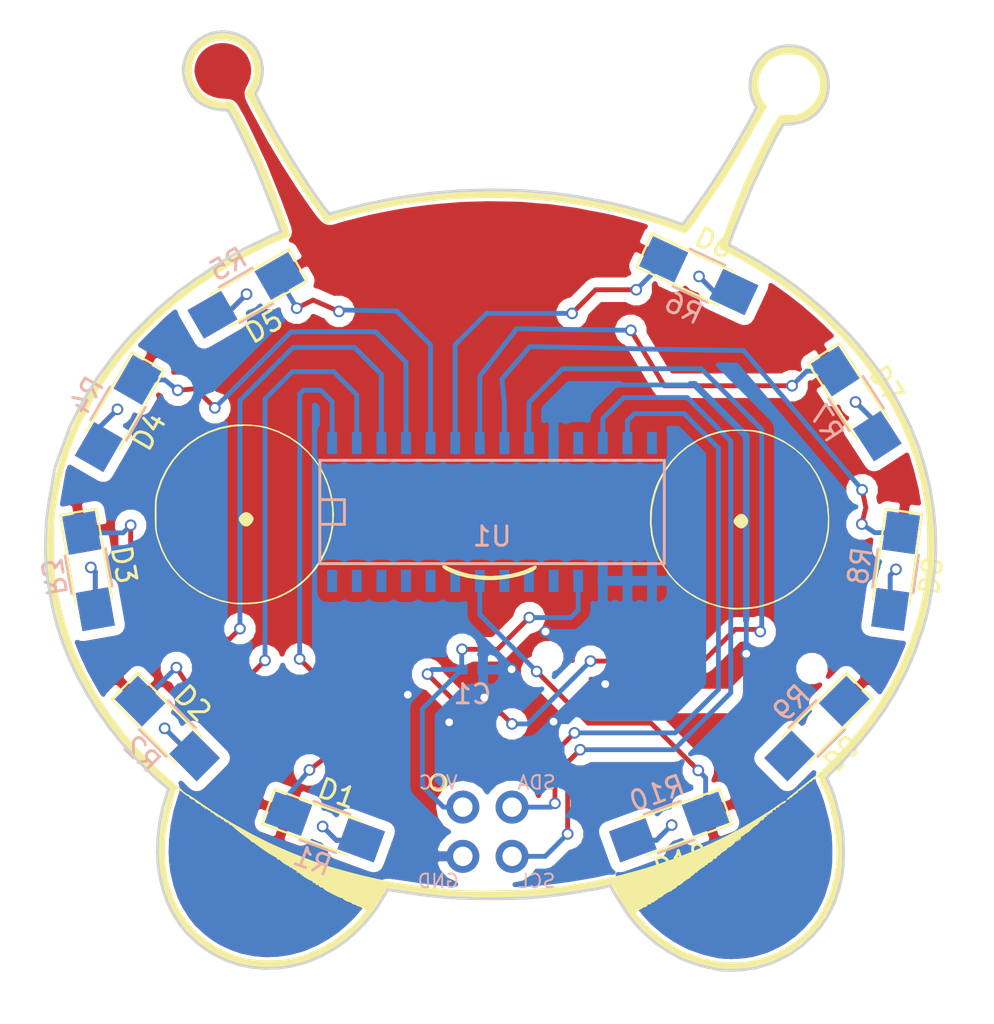
<source format=kicad_pcb>
(kicad_pcb (version 4) (host pcbnew 4.0.7)
  (layers (0 F.Cu signal) (31 B.Cu signal) (34 B.Paste user) (35 F.Paste user) (36 B.SilkS user) (37 F.SilkS user) (38 B.Mask user) (39 F.Mask user) (44 Edge.Cuts user))
  (net 0 "")
  (net 1 +3V3)
  (net 2 GND)
  (net 3 "Net-(D1-Pad2)")
  (net 4 "Net-(D2-Pad2)")
  (net 5 "Net-(D3-Pad2)")
  (net 6 "Net-(D4-Pad2)")
  (net 7 "Net-(D5-Pad2)")
  (net 8 "Net-(D6-Pad2)")
  (net 9 "Net-(D7-Pad2)")
  (net 10 "Net-(D8-Pad2)")
  (net 11 "Net-(D9-Pad2)")
  (net 12 "Net-(D10-Pad2)")
  (net 13 "Net-(R1-Pad1)")
  (net 14 "Net-(R2-Pad1)")
  (net 15 "Net-(R3-Pad1)")
  (net 16 "Net-(R4-Pad1)")
  (net 17 "Net-(R5-Pad1)")
  (net 18 "Net-(R6-Pad1)")
  (net 19 "Net-(R7-Pad1)")
  (net 20 "Net-(R8-Pad1)")
  (net 21 "Net-(R9-Pad1)")
  (net 22 scl)
  (net 23 sda)
  (net 24 "Net-(U1-Pad19)")
  (net 25 "Net-(U1-Pad20)")
  (net 26 "Net-(R10-Pad1)")
  (net 27 "Net-(U1-Pad23)")
  (net 28 "Net-(U1-Pad24)")
  (net 29 "Net-(U1-Pad25)")
  (net 30 "Net-(U1-Pad26)")
  (net 31 "Net-(U1-Pad27)")
  (net 32 "Net-(U1-Pad28)")
  (module mooncake-addon-design:silkscreen (layer F.Cu) (at 100 100)
    (fp_text reference G*** hide)
    (fp_text value LOGO hide)
  )
  (module mrmeeseeks-addon-lib:Badgelife-Shitty-2x2 (layer F.Cu) (at 99.83724 117.08384)
    (fp_text reference X1)
    (fp_text value Badgelife_shitty_connector)
    (fp_text user SDA (at 2.54 -2.54) (layer B.SilkS) (effects (font (size 0.7 0.7) (thickness 0.1)) (justify mirror)))
    (fp_text user SCL (at 2.54 2.54) (layer B.SilkS) (effects (font (size 0.7 0.7) (thickness 0.1)) (justify mirror)))
    (fp_text user GND (at -2.54 2.54) (layer B.SilkS) (effects (font (size 0.7 0.7) (thickness 0.1)) (justify mirror)))
    (fp_text user VCC (at -2.54 -2.54) (layer B.SilkS) (effects (font (size 0.7 0.7) (thickness 0.1)) (justify mirror)))
    (pad 4 thru_hole circle (at 1.27 -1.27) (size 1.7 1.7) (drill 1) (layers *.Cu *.Mask) (net 23 sda))
    (pad 3 thru_hole oval (at 1.27 1.27) (size 1.7 1.7) (drill 1) (layers *.Cu *.Mask) (net 22 scl))
    (pad 1 thru_hole oval (at -1.27 -1.27) (size 1.7 1.7) (drill 1) (layers *.Cu *.Mask) (net 1 +3V3))
    (pad 2 thru_hole oval (at -1.27 1.27) (size 1.7 1.7) (drill 1) (layers *.Cu *.Mask) (net 2 GND))
  )
  (module Resistors_SMD:R_1206_HandSoldering (layer B.Cu) (at 109.22 116.84 200)
    (fp_text reference R10 (at 0 1.85 200) (layer B.SilkS) (effects (justify mirror)))
    (fp_text value 220)
    (pad 1 smd rect (at -2 0 200) (size 2 1.7) (layers B.Cu B.Paste B.Mask) (net 26 "Net-(R10-Pad1)"))
    (pad 2 smd rect (at 2 0 200) (size 2 1.7) (layers B.Cu B.Paste B.Mask) (net 12 "Net-(D10-Pad2)"))
  )
  (module mooncake-addon-design:soldermask (layer F.Cu) (at 100 100)
    (fp_text reference G*** hide)
    (fp_text value LOGO hide)
  )
  (module Capacitors_SMD:C_0402_NoSilk (layer B.Cu) (at 99.06 108.712)
    (fp_text reference C1 (at 0 1.27) (layer B.SilkS) (effects (justify mirror)))
    (fp_text value 0.1uf)
    (pad 1 smd rect (at -0.55 0) (size 0.6 0.5) (layers B.Cu B.Paste B.Mask) (net 1 +3V3))
    (pad 2 smd rect (at 0.55 0) (size 0.6 0.5) (layers B.Cu B.Paste B.Mask) (net 2 GND))
  )
  (module LEDs:LED_1206_HandSoldering (layer F.Cu) (at 91.44 116.84 340)
    (fp_text reference D1 (at 0 -1.85 340) (layer F.SilkS))
    (fp_text value LED)
    (pad 1 smd rect (at -2 0 340) (size 2 1.7) (layers F.Cu F.Paste F.Mask) (net 2 GND))
    (pad 2 smd rect (at 2 0 340) (size 2 1.7) (layers F.Cu F.Paste F.Mask) (net 3 "Net-(D1-Pad2)"))
  )
  (module LEDs:LED_1206_HandSoldering (layer F.Cu) (at 83.312 111.76 315)
    (fp_text reference D2 (at 0 -1.85 315) (layer F.SilkS))
    (fp_text value LED)
    (pad 1 smd rect (at -2 0 315) (size 2 1.7) (layers F.Cu F.Paste F.Mask) (net 2 GND))
    (pad 2 smd rect (at 2 0 315) (size 2 1.7) (layers F.Cu F.Paste F.Mask) (net 4 "Net-(D2-Pad2)"))
  )
  (module LEDs:LED_1206_HandSoldering (layer F.Cu) (at 79.248 103.632 280)
    (fp_text reference D3 (at 0 -1.85 280) (layer F.SilkS))
    (fp_text value LED)
    (pad 1 smd rect (at -2 0 280) (size 2 1.7) (layers F.Cu F.Paste F.Mask) (net 2 GND))
    (pad 2 smd rect (at 2 0 280) (size 2 1.7) (layers F.Cu F.Paste F.Mask) (net 5 "Net-(D3-Pad2)"))
  )
  (module LEDs:LED_1206_HandSoldering (layer F.Cu) (at 80.772 95.504 240)
    (fp_text reference D4 (at 0 -1.85 240) (layer F.SilkS))
    (fp_text value LED)
    (pad 1 smd rect (at -2 0 240) (size 2 1.7) (layers F.Cu F.Paste F.Mask) (net 2 GND))
    (pad 2 smd rect (at 2 0 240) (size 2 1.7) (layers F.Cu F.Paste F.Mask) (net 6 "Net-(D4-Pad2)"))
  )
  (module LEDs:LED_1206_HandSoldering (layer F.Cu) (at 87.376 89.408 210)
    (fp_text reference D5 (at 0 -1.85 210) (layer F.SilkS))
    (fp_text value LED)
    (pad 1 smd rect (at -2 0 210) (size 2 1.7) (layers F.Cu F.Paste F.Mask) (net 2 GND))
    (pad 2 smd rect (at 2 0 210) (size 2 1.7) (layers F.Cu F.Paste F.Mask) (net 7 "Net-(D5-Pad2)"))
  )
  (module LEDs:LED_1206_HandSoldering (layer F.Cu) (at 110.744 88.392 335)
    (fp_text reference D6 (at 0 -1.85 335) (layer F.SilkS))
    (fp_text value LED)
    (pad 1 smd rect (at -2 0 335) (size 2 1.7) (layers F.Cu F.Paste F.Mask) (net 2 GND))
    (pad 2 smd rect (at 2 0 335) (size 2 1.7) (layers F.Cu F.Paste F.Mask) (net 8 "Net-(D6-Pad2)"))
  )
  (module LEDs:LED_1206_HandSoldering (layer F.Cu) (at 118.872 94.996 303)
    (fp_text reference D7 (at 0 -1.85 303) (layer F.SilkS))
    (fp_text value LED)
    (pad 1 smd rect (at -2 0 303) (size 2 1.7) (layers F.Cu F.Paste F.Mask) (net 2 GND))
    (pad 2 smd rect (at 2 0 303) (size 2 1.7) (layers F.Cu F.Paste F.Mask) (net 9 "Net-(D7-Pad2)"))
  )
  (module LEDs:LED_1206_HandSoldering (layer F.Cu) (at 120.904 103.632 262)
    (fp_text reference D8 (at 0 -1.85 262) (layer F.SilkS))
    (fp_text value LED)
    (pad 1 smd rect (at -2 0 262) (size 2 1.7) (layers F.Cu F.Paste F.Mask) (net 2 GND))
    (pad 2 smd rect (at 2 0 262) (size 2 1.7) (layers F.Cu F.Paste F.Mask) (net 10 "Net-(D8-Pad2)"))
  )
  (module LEDs:LED_1206_HandSoldering (layer F.Cu) (at 116.84 111.76 225)
    (fp_text reference D9 (at 0 -1.85 225) (layer F.SilkS))
    (fp_text value LED)
    (pad 1 smd rect (at -2 0 225) (size 2 1.7) (layers F.Cu F.Paste F.Mask) (net 2 GND))
    (pad 2 smd rect (at 2 0 225) (size 2 1.7) (layers F.Cu F.Paste F.Mask) (net 11 "Net-(D9-Pad2)"))
  )
  (module LEDs:LED_1206_HandSoldering (layer F.Cu) (at 109.22 116.84 200)
    (fp_text reference D10 (at 0 -1.85 200) (layer F.SilkS))
    (fp_text value LED)
    (pad 1 smd rect (at -2 0 200) (size 2 1.7) (layers F.Cu F.Paste F.Mask) (net 2 GND))
    (pad 2 smd rect (at 2 0 200) (size 2 1.7) (layers F.Cu F.Paste F.Mask) (net 12 "Net-(D10-Pad2)"))
  )
  (module Resistors_SMD:R_1206_HandSoldering (layer B.Cu) (at 91.44 116.84 340)
    (fp_text reference R1 (at 0 1.85 340) (layer B.SilkS) (effects (justify mirror)))
    (fp_text value 220)
    (pad 1 smd rect (at -2 0 340) (size 2 1.7) (layers B.Cu B.Paste B.Mask) (net 13 "Net-(R1-Pad1)"))
    (pad 2 smd rect (at 2 0 340) (size 2 1.7) (layers B.Cu B.Paste B.Mask) (net 3 "Net-(D1-Pad2)"))
  )
  (module Resistors_SMD:R_1206_HandSoldering (layer B.Cu) (at 83.312 111.76 315)
    (fp_text reference R2 (at 0 1.85 315) (layer B.SilkS) (effects (justify mirror)))
    (fp_text value 220)
    (pad 1 smd rect (at -2 0 315) (size 2 1.7) (layers B.Cu B.Paste B.Mask) (net 14 "Net-(R2-Pad1)"))
    (pad 2 smd rect (at 2 0 315) (size 2 1.7) (layers B.Cu B.Paste B.Mask) (net 4 "Net-(D2-Pad2)"))
  )
  (module Resistors_SMD:R_1206_HandSoldering (layer B.Cu) (at 79.248 103.632 280)
    (fp_text reference R3 (at 0 1.85 280) (layer B.SilkS) (effects (justify mirror)))
    (fp_text value 220)
    (pad 1 smd rect (at -2 0 280) (size 2 1.7) (layers B.Cu B.Paste B.Mask) (net 15 "Net-(R3-Pad1)"))
    (pad 2 smd rect (at 2 0 280) (size 2 1.7) (layers B.Cu B.Paste B.Mask) (net 5 "Net-(D3-Pad2)"))
  )
  (module Resistors_SMD:R_1206_HandSoldering (layer B.Cu) (at 80.772 95.504 240)
    (fp_text reference R4 (at 0 1.85 240) (layer B.SilkS) (effects (justify mirror)))
    (fp_text value 220)
    (pad 1 smd rect (at -2 0 240) (size 2 1.7) (layers B.Cu B.Paste B.Mask) (net 16 "Net-(R4-Pad1)"))
    (pad 2 smd rect (at 2 0 240) (size 2 1.7) (layers B.Cu B.Paste B.Mask) (net 6 "Net-(D4-Pad2)"))
  )
  (module Resistors_SMD:R_1206_HandSoldering (layer B.Cu) (at 87.376 89.408 210)
    (fp_text reference R5 (at 0 1.85 210) (layer B.SilkS) (effects (justify mirror)))
    (fp_text value 220)
    (pad 1 smd rect (at -2 0 210) (size 2 1.7) (layers B.Cu B.Paste B.Mask) (net 17 "Net-(R5-Pad1)"))
    (pad 2 smd rect (at 2 0 210) (size 2 1.7) (layers B.Cu B.Paste B.Mask) (net 7 "Net-(D5-Pad2)"))
  )
  (module Resistors_SMD:R_1206_HandSoldering (layer B.Cu) (at 110.744 88.392 335)
    (fp_text reference R6 (at 0 1.85 335) (layer B.SilkS) (effects (justify mirror)))
    (fp_text value 220)
    (pad 1 smd rect (at -2 0 335) (size 2 1.7) (layers B.Cu B.Paste B.Mask) (net 18 "Net-(R6-Pad1)"))
    (pad 2 smd rect (at 2 0 335) (size 2 1.7) (layers B.Cu B.Paste B.Mask) (net 8 "Net-(D6-Pad2)"))
  )
  (module Resistors_SMD:R_1206_HandSoldering (layer B.Cu) (at 118.872 94.996 303)
    (fp_text reference R7 (at 0 1.85 303) (layer B.SilkS) (effects (justify mirror)))
    (fp_text value 220)
    (pad 1 smd rect (at -2 0 303) (size 2 1.7) (layers B.Cu B.Paste B.Mask) (net 19 "Net-(R7-Pad1)"))
    (pad 2 smd rect (at 2 0 303) (size 2 1.7) (layers B.Cu B.Paste B.Mask) (net 9 "Net-(D7-Pad2)"))
  )
  (module Resistors_SMD:R_1206_HandSoldering (layer B.Cu) (at 120.904 103.632 262)
    (fp_text reference R8 (at 0 1.85 262) (layer B.SilkS) (effects (justify mirror)))
    (fp_text value 220)
    (pad 1 smd rect (at -2 0 262) (size 2 1.7) (layers B.Cu B.Paste B.Mask) (net 20 "Net-(R8-Pad1)"))
    (pad 2 smd rect (at 2 0 262) (size 2 1.7) (layers B.Cu B.Paste B.Mask) (net 10 "Net-(D8-Pad2)"))
  )
  (module Resistors_SMD:R_1206_HandSoldering (layer B.Cu) (at 116.84 111.76 225)
    (fp_text reference R9 (at 0 1.85 225) (layer B.SilkS) (effects (justify mirror)))
    (fp_text value 220)
    (pad 1 smd rect (at -2 0 225) (size 2 1.7) (layers B.Cu B.Paste B.Mask) (net 21 "Net-(R9-Pad1)"))
    (pad 2 smd rect (at 2 0 225) (size 2 1.7) (layers B.Cu B.Paste B.Mask) (net 11 "Net-(D9-Pad2)"))
  )
  (module SMD_Packages:SOIC-28 (layer B.Cu) (at 100.076 100.584)
    (fp_text reference U1 (at 0 1.26238) (layer B.SilkS) (effects (justify mirror)))
    (fp_text value MCP23017)
    (pad 1 smd rect (at -8.255 -3.556) (size 0.508 1.143) (layers B.Cu B.Paste B.Mask) (net 13 "Net-(R1-Pad1)"))
    (pad 2 smd rect (at -6.985 -3.556) (size 0.508 1.143) (layers B.Cu B.Paste B.Mask) (net 14 "Net-(R2-Pad1)"))
    (pad 3 smd rect (at -5.715 -3.556) (size 0.508 1.143) (layers B.Cu B.Paste B.Mask) (net 15 "Net-(R3-Pad1)"))
    (pad 4 smd rect (at -4.445 -3.556) (size 0.508 1.143) (layers B.Cu B.Paste B.Mask) (net 16 "Net-(R4-Pad1)"))
    (pad 5 smd rect (at -3.175 -3.556) (size 0.508 1.143) (layers B.Cu B.Paste B.Mask) (net 17 "Net-(R5-Pad1)"))
    (pad 6 smd rect (at -1.905 -3.556) (size 0.508 1.143) (layers B.Cu B.Paste B.Mask) (net 18 "Net-(R6-Pad1)"))
    (pad 7 smd rect (at -0.635 -3.556) (size 0.508 1.143) (layers B.Cu B.Paste B.Mask) (net 19 "Net-(R7-Pad1)"))
    (pad 8 smd rect (at 0.635 -3.556) (size 0.508 1.143) (layers B.Cu B.Paste B.Mask) (net 20 "Net-(R8-Pad1)"))
    (pad 9 smd rect (at 1.905 -3.556) (size 0.508 1.143) (layers B.Cu B.Paste B.Mask) (net 1 +3V3))
    (pad 10 smd rect (at 3.175 -3.556) (size 0.508 1.143) (layers B.Cu B.Paste B.Mask) (net 2 GND))
    (pad 11 smd rect (at 4.445 -3.556) (size 0.508 1.143) (layers B.Cu B.Paste B.Mask))
    (pad 12 smd rect (at 5.715 -3.556) (size 0.508 1.143) (layers B.Cu B.Paste B.Mask) (net 22 scl))
    (pad 13 smd rect (at 6.985 -3.556) (size 0.508 1.143) (layers B.Cu B.Paste B.Mask) (net 23 sda))
    (pad 14 smd rect (at 8.255 -3.556) (size 0.508 1.143) (layers B.Cu B.Paste B.Mask))
    (pad 15 smd rect (at 8.255 3.556) (size 0.508 1.143) (layers B.Cu B.Paste B.Mask) (net 2 GND))
    (pad 16 smd rect (at 6.985 3.556) (size 0.508 1.143) (layers B.Cu B.Paste B.Mask) (net 2 GND))
    (pad 17 smd rect (at 5.715 3.556) (size 0.508 1.143) (layers B.Cu B.Paste B.Mask) (net 2 GND))
    (pad 18 smd rect (at 4.445 3.556) (size 0.508 1.143) (layers B.Cu B.Paste B.Mask) (net 1 +3V3))
    (pad 19 smd rect (at 3.175 3.556) (size 0.508 1.143) (layers B.Cu B.Paste B.Mask) (net 24 "Net-(U1-Pad19)"))
    (pad 20 smd rect (at 1.905 3.556) (size 0.508 1.143) (layers B.Cu B.Paste B.Mask) (net 25 "Net-(U1-Pad20)"))
    (pad 21 smd rect (at 0.635 3.556) (size 0.508 1.143) (layers B.Cu B.Paste B.Mask) (net 21 "Net-(R9-Pad1)"))
    (pad 22 smd rect (at -0.635 3.556) (size 0.508 1.143) (layers B.Cu B.Paste B.Mask) (net 26 "Net-(R10-Pad1)"))
    (pad 23 smd rect (at -1.905 3.556) (size 0.508 1.143) (layers B.Cu B.Paste B.Mask) (net 27 "Net-(U1-Pad23)"))
    (pad 24 smd rect (at -3.175 3.556) (size 0.508 1.143) (layers B.Cu B.Paste B.Mask) (net 28 "Net-(U1-Pad24)"))
    (pad 25 smd rect (at -4.445 3.556) (size 0.508 1.143) (layers B.Cu B.Paste B.Mask) (net 29 "Net-(U1-Pad25)"))
    (pad 26 smd rect (at -5.715 3.556) (size 0.508 1.143) (layers B.Cu B.Paste B.Mask) (net 30 "Net-(U1-Pad26)"))
    (pad 27 smd rect (at -6.985 3.556) (size 0.508 1.143) (layers B.Cu B.Paste B.Mask) (net 31 "Net-(U1-Pad27)"))
    (pad 28 smd rect (at -8.255 3.556) (size 0.508 1.143) (layers B.Cu B.Paste B.Mask) (net 32 "Net-(U1-Pad28)"))
  )
  (gr_line (start 122.62612 105.47096) (end 122.44832 106.16692) (angle 90) (layer Edge.Cuts) (width 0.15))
  (gr_line (start 122.7582 104.67848) (end 122.62612 105.47096) (angle 90) (layer Edge.Cuts) (width 0.15))
  (gr_line (start 122.95632 101.44252) (end 122.94108 101.24948) (angle 90) (layer Edge.Cuts) (width 0.15))
  (gr_line (start 122.96648 101.89972) (end 122.95632 101.44252) (angle 90) (layer Edge.Cuts) (width 0.15))
  (gr_line (start 122.9868 102.39756) (end 122.96648 101.89972) (angle 90) (layer Edge.Cuts) (width 0.15))
  (gr_line (start 122.94616 103.37292) (end 122.9868 102.39756) (angle 90) (layer Edge.Cuts) (width 0.15))
  (gr_line (start 122.76836 104.68864) (end 122.94616 103.37292) (angle 90) (layer Edge.Cuts) (width 0.15))
  (gr_line (start 122.23496 97.67824) (end 122.22734 97.67062) (angle 90) (layer Edge.Cuts) (width 0.15))
  (gr_line (start 122.10796 97.24898) (end 122.23496 97.67824) (angle 90) (layer Edge.Cuts) (width 0.15))
  (gr_line (start 121.8438 96.6089) (end 122.10796 97.24898) (angle 90) (layer Edge.Cuts) (width 0.15))
  (gr_line (start 121.67362 96.1771) (end 121.8438 96.6089) (angle 90) (layer Edge.Cuts) (width 0.15))
  (gr_line (start 121.3993 95.61322) (end 121.67362 96.1771) (angle 90) (layer Edge.Cuts) (width 0.15))
  (gr_line (start 121.01576 94.869) (end 121.3993 95.61322) (angle 90) (layer Edge.Cuts) (width 0.15))
  (gr_line (start 120.74144 94.39402) (end 121.01576 94.869) (angle 90) (layer Edge.Cuts) (width 0.15))
  (gr_line (start 120.47474 93.94952) (end 120.74144 94.39402) (angle 90) (layer Edge.Cuts) (width 0.15))
  (gr_line (start 120.16232 93.46184) (end 120.47474 93.94952) (angle 90) (layer Edge.Cuts) (width 0.15))
  (gr_line (start 119.72798 92.87256) (end 120.16232 93.46184) (angle 90) (layer Edge.Cuts) (width 0.15))
  (gr_line (start 119.3546 92.3925) (end 119.72798 92.87256) (angle 90) (layer Edge.Cuts) (width 0.15))
  (gr_line (start 118.85422 91.80322) (end 119.3546 92.3925) (angle 90) (layer Edge.Cuts) (width 0.15))
  (gr_line (start 118.47322 91.38158) (end 118.85422 91.80322) (angle 90) (layer Edge.Cuts) (width 0.15))
  (gr_line (start 118.03126 90.932) (end 118.47322 91.38158) (angle 90) (layer Edge.Cuts) (width 0.15))
  (gr_line (start 117.68074 90.5891) (end 118.03126 90.932) (angle 90) (layer Edge.Cuts) (width 0.15))
  (gr_line (start 117.55374 90.45956) (end 117.68074 90.5891) (angle 90) (layer Edge.Cuts) (width 0.15))
  (gr_line (start 117.17782 90.11412) (end 117.54612 90.45702) (angle 90) (layer Edge.Cuts) (width 0.15))
  (gr_line (start 116.52504 89.5477) (end 117.17782 90.11412) (angle 90) (layer Edge.Cuts) (width 0.15))
  (gr_line (start 116.47678 89.50452) (end 116.52504 89.5477) (angle 90) (layer Edge.Cuts) (width 0.15))
  (gr_line (start 116.18722 89.27846) (end 116.47678 89.50452) (angle 90) (layer Edge.Cuts) (width 0.15))
  (gr_line (start 115.9129 89.06002) (end 116.18722 89.27846) (angle 90) (layer Edge.Cuts) (width 0.15))
  (gr_line (start 115.77828 88.95588) (end 115.9129 89.06002) (angle 90) (layer Edge.Cuts) (width 0.15))
  (gr_line (start 115.6589 88.86698) (end 115.77828 88.95588) (angle 90) (layer Edge.Cuts) (width 0.15))
  (gr_line (start 115.3414 88.64346) (end 115.6589 88.86698) (angle 90) (layer Edge.Cuts) (width 0.15))
  (gr_line (start 115.18646 88.5317) (end 115.3414 88.64346) (angle 90) (layer Edge.Cuts) (width 0.15))
  (gr_line (start 114.9223 88.34628) (end 115.18646 88.5317) (angle 90) (layer Edge.Cuts) (width 0.15))
  (gr_line (start 114.7191 88.2142) (end 114.9223 88.34628) (angle 90) (layer Edge.Cuts) (width 0.15))
  (gr_line (start 114.4016 88.00846) (end 114.7191 88.2142) (angle 90) (layer Edge.Cuts) (width 0.15))
  (gr_line (start 114.1857 87.86876) (end 114.4016 88.00846) (angle 90) (layer Edge.Cuts) (width 0.15))
  (gr_line (start 113.92662 87.7062) (end 114.1857 87.86876) (angle 90) (layer Edge.Cuts) (width 0.15))
  (gr_line (start 113.4999 87.45474) (end 113.92662 87.7062) (angle 90) (layer Edge.Cuts) (width 0.15))
  (gr_line (start 113.21034 87.29218) (end 113.4999 87.45474) (angle 90) (layer Edge.Cuts) (width 0.15))
  (gr_line (start 112.88776 87.1093) (end 113.21034 87.29218) (angle 90) (layer Edge.Cuts) (width 0.15))
  (gr_line (start 112.66424 86.98738) (end 112.88776 87.1093) (angle 90) (layer Edge.Cuts) (width 0.15))
  (gr_line (start 112.32134 86.81212) (end 112.66424 86.98738) (angle 90) (layer Edge.Cuts) (width 0.15))
  (gr_line (start 112.34166 86.71052) (end 112.32134 86.81212) (angle 90) (layer Edge.Cuts) (width 0.15))
  (gr_line (start 112.40516 86.50986) (end 112.34166 86.71052) (angle 90) (layer Edge.Cuts) (width 0.15))
  (gr_line (start 112.4331 86.42858) (end 112.40516 86.50986) (angle 90) (layer Edge.Cuts) (width 0.15))
  (gr_line (start 112.62868 85.91296) (end 112.4331 86.42858) (angle 90) (layer Edge.Cuts) (width 0.15))
  (gr_line (start 113.52276 83.73618) (end 112.62868 85.91296) (angle 90) (layer Edge.Cuts) (width 0.15))
  (gr_line (start 114.14252 82.42808) (end 113.52276 83.73618) (angle 90) (layer Edge.Cuts) (width 0.15))
  (gr_line (start 114.54892 81.60766) (end 114.14252 82.42808) (angle 90) (layer Edge.Cuts) (width 0.15))
  (gr_line (start 114.76482 81.1911) (end 114.54892 81.60766) (angle 90) (layer Edge.Cuts) (width 0.15))
  (gr_line (start 115.0239 80.74406) (end 114.76482 81.1911) (angle 90) (layer Edge.Cuts) (width 0.15))
  (gr_line (start 115.12042 80.58658) (end 115.0239 80.74406) (angle 90) (layer Edge.Cuts) (width 0.15))
  (gr_line (start 115.35664 80.57134) (end 115.12042 80.58658) (angle 90) (layer Edge.Cuts) (width 0.15))
  (gr_line (start 115.6716 80.54594) (end 115.35664 80.57134) (angle 90) (layer Edge.Cuts) (width 0.15))
  (gr_line (start 115.85448 80.50784) (end 115.6716 80.54594) (angle 90) (layer Edge.Cuts) (width 0.15))
  (gr_line (start 116.11102 80.45196) (end 115.85448 80.50784) (angle 90) (layer Edge.Cuts) (width 0.15))
  (gr_line (start 116.46662 80.28686) (end 116.11102 80.45196) (angle 90) (layer Edge.Cuts) (width 0.15))
  (gr_line (start 116.79174 80.05318) (end 116.46662 80.28686) (angle 90) (layer Edge.Cuts) (width 0.15))
  (gr_line (start 117.07368 79.74076) (end 116.79174 80.05318) (angle 90) (layer Edge.Cuts) (width 0.15))
  (gr_line (start 117.094 79.70774) (end 117.07368 79.74076) (angle 90) (layer Edge.Cuts) (width 0.15))
  (gr_line (start 117.14226 79.62138) (end 117.094 79.70774) (angle 90) (layer Edge.Cuts) (width 0.15))
  (gr_line (start 117.28958 79.35976) (end 117.14226 79.62138) (angle 90) (layer Edge.Cuts) (width 0.15))
  (gr_line (start 117.29466 79.31912) (end 117.28958 79.35976) (angle 90) (layer Edge.Cuts) (width 0.15))
  (gr_line (start 117.3988 79.00162) (end 117.29974 79.31912) (angle 90) (layer Edge.Cuts) (width 0.15))
  (gr_line (start 117.42674 78.7781) (end 117.3988 79.00162) (angle 90) (layer Edge.Cuts) (width 0.15))
  (gr_line (start 117.44452 78.613) (end 117.42674 78.7781) (angle 90) (layer Edge.Cuts) (width 0.15))
  (gr_line (start 117.4369 78.51648) (end 117.44452 78.613) (angle 90) (layer Edge.Cuts) (width 0.15))
  (gr_line (start 117.42674 78.35138) (end 117.4369 78.51648) (angle 90) (layer Edge.Cuts) (width 0.15))
  (gr_line (start 117.41658 78.21676) (end 117.42674 78.35138) (angle 90) (layer Edge.Cuts) (width 0.15))
  (gr_line (start 117.38864 78.11008) (end 117.41658 78.21676) (angle 90) (layer Edge.Cuts) (width 0.15))
  (gr_line (start 117.348 77.94498) (end 117.38864 78.11008) (angle 90) (layer Edge.Cuts) (width 0.15))
  (gr_line (start 117.32006 77.8383) (end 117.348 77.94498) (angle 90) (layer Edge.Cuts) (width 0.15))
  (gr_line (start 117.3099 77.82306) (end 117.32006 77.8383) (angle 90) (layer Edge.Cuts) (width 0.15))
  (gr_line (start 117.26672 77.72908) (end 117.3099 77.82306) (angle 90) (layer Edge.Cuts) (width 0.15))
  (gr_line (start 117.22862 77.65034) (end 117.26672 77.72908) (angle 90) (layer Edge.Cuts) (width 0.15))
  (gr_line (start 117.18544 77.55382) (end 117.22862 77.65034) (angle 90) (layer Edge.Cuts) (width 0.15))
  (gr_line (start 117.1575 77.49032) (end 117.18544 77.55382) (angle 90) (layer Edge.Cuts) (width 0.15))
  (gr_line (start 117.13464 77.45984) (end 117.1575 77.49032) (angle 90) (layer Edge.Cuts) (width 0.15))
  (gr_line (start 117.04574 77.33792) (end 117.13464 77.45984) (angle 90) (layer Edge.Cuts) (width 0.15))
  (gr_line (start 116.95684 77.22108) (end 117.04574 77.33792) (angle 90) (layer Edge.Cuts) (width 0.15))
  (gr_line (start 116.91874 77.16266) (end 116.95684 77.22108) (angle 90) (layer Edge.Cuts) (width 0.15))
  (gr_line (start 116.85524 77.1017) (end 116.91874 77.16266) (angle 90) (layer Edge.Cuts) (width 0.15))
  (gr_line (start 116.72062 76.9747) (end 116.85524 77.1017) (angle 90) (layer Edge.Cuts) (width 0.15))
  (gr_line (start 116.6368 76.91882) (end 116.72062 76.9747) (angle 90) (layer Edge.Cuts) (width 0.15))
  (gr_line (start 116.42598 76.77404) (end 116.6368 76.91882) (angle 90) (layer Edge.Cuts) (width 0.15))
  (gr_line (start 116.39042 76.75372) (end 116.42598 76.77404) (angle 90) (layer Edge.Cuts) (width 0.15))
  (gr_line (start 116.28882 76.71308) (end 116.39042 76.75372) (angle 90) (layer Edge.Cuts) (width 0.15))
  (gr_line (start 116.0526 76.6191) (end 116.28882 76.71308) (angle 90) (layer Edge.Cuts) (width 0.15))
  (gr_line (start 115.66144 76.53782) (end 116.0526 76.61656) (angle 90) (layer Edge.Cuts) (width 0.15))
  (gr_line (start 115.28298 76.5302) (end 115.66144 76.53782) (angle 90) (layer Edge.Cuts) (width 0.15))
  (gr_line (start 114.88928 76.58862) (end 115.27282 76.5302) (angle 90) (layer Edge.Cuts) (width 0.15))
  (gr_line (start 114.86896 76.59878) (end 114.88928 76.58862) (angle 90) (layer Edge.Cuts) (width 0.15))
  (gr_line (start 114.63274 76.68006) (end 114.86896 76.59878) (angle 90) (layer Edge.Cuts) (width 0.15))
  (gr_line (start 114.5286 76.71054) (end 114.63274 76.68006) (angle 90) (layer Edge.Cuts) (width 0.15))
  (gr_line (start 114.20856 76.90612) (end 114.52352 76.7207) (angle 90) (layer Edge.Cuts) (width 0.15))
  (gr_line (start 114.11204 76.98994) (end 114.20856 76.90612) (angle 90) (layer Edge.Cuts) (width 0.15))
  (gr_line (start 113.94694 77.15758) (end 114.11204 76.98994) (angle 90) (layer Edge.Cuts) (width 0.15))
  (gr_line (start 113.83264 77.2795) (end 113.94694 77.15758) (angle 90) (layer Edge.Cuts) (width 0.15))
  (gr_line (start 113.60912 77.6351) (end 113.83264 77.2795) (angle 90) (layer Edge.Cuts) (width 0.15))
  (gr_line (start 113.47958 77.93736) (end 113.60912 77.6351) (angle 90) (layer Edge.Cuts) (width 0.15))
  (gr_line (start 113.4237 78.17866) (end 113.47958 77.93736) (angle 90) (layer Edge.Cuts) (width 0.15))
  (gr_line (start 113.39576 78.39964) (end 113.4237 78.17866) (angle 90) (layer Edge.Cuts) (width 0.15))
  (gr_line (start 113.39322 78.41996) (end 113.39576 78.39964) (angle 90) (layer Edge.Cuts) (width 0.15))
  (gr_line (start 113.39322 78.53934) (end 113.39322 78.41996) (angle 90) (layer Edge.Cuts) (width 0.15))
  (gr_line (start 113.38814 78.7527) (end 113.39322 78.53934) (angle 90) (layer Edge.Cuts) (width 0.15))
  (gr_line (start 113.39576 78.78826) (end 113.38814 78.7527) (angle 90) (layer Edge.Cuts) (width 0.15))
  (gr_line (start 113.3983 78.8035) (end 113.39576 78.78826) (angle 90) (layer Edge.Cuts) (width 0.15))
  (gr_line (start 113.4618 79.14386) (end 113.3983 78.8035) (angle 90) (layer Edge.Cuts) (width 0.15))
  (gr_line (start 113.48212 79.19466) (end 113.4618 79.14386) (angle 90) (layer Edge.Cuts) (width 0.15))
  (gr_line (start 113.51768 79.29118) (end 113.48212 79.19466) (angle 90) (layer Edge.Cuts) (width 0.15))
  (gr_line (start 113.6142 79.52486) (end 113.51768 79.29118) (angle 90) (layer Edge.Cuts) (width 0.15))
  (gr_line (start 113.65738 79.59598) (end 113.6142 79.52486) (angle 90) (layer Edge.Cuts) (width 0.15))
  (gr_line (start 113.7158 79.71282) (end 113.65738 79.59598) (angle 90) (layer Edge.Cuts) (width 0.15))
  (gr_line (start 113.5507 80.04302) (end 113.7158 79.71282) (angle 90) (layer Edge.Cuts) (width 0.15))
  (gr_line (start 113.29416 80.52562) (end 113.5507 80.04302) (angle 90) (layer Edge.Cuts) (width 0.15))
  (gr_line (start 112.63376 81.67878) (end 113.29416 80.52562) (angle 90) (layer Edge.Cuts) (width 0.15))
  (gr_line (start 112.20196 82.41284) (end 112.63376 81.67878) (angle 90) (layer Edge.Cuts) (width 0.15))
  (gr_line (start 111.43996 83.60664) (end 112.20196 82.41284) (angle 90) (layer Edge.Cuts) (width 0.15))
  (gr_line (start 111.10468 84.10448) (end 111.43996 83.60664) (angle 90) (layer Edge.Cuts) (width 0.15))
  (gr_line (start 110.41634 85.07222) (end 111.10468 84.10448) (angle 90) (layer Edge.Cuts) (width 0.15))
  (gr_line (start 109.97184 85.66658) (end 110.41634 85.07222) (angle 90) (layer Edge.Cuts) (width 0.15))
  (gr_line (start 109.88802 85.74024) (end 109.97184 85.66658) (angle 90) (layer Edge.Cuts) (width 0.15))
  (gr_line (start 109.15142 85.47862) (end 109.88802 85.74024) (angle 90) (layer Edge.Cuts) (width 0.15))
  (gr_line (start 108.4961 85.26526) (end 109.15142 85.47862) (angle 90) (layer Edge.Cuts) (width 0.15))
  (gr_line (start 107.7976 85.05444) (end 108.4961 85.26526) (angle 90) (layer Edge.Cuts) (width 0.15))
  (gr_line (start 107.27944 84.91474) (end 107.7976 85.05444) (angle 90) (layer Edge.Cuts) (width 0.15))
  (gr_line (start 106.4768 84.709) (end 107.27944 84.91474) (angle 90) (layer Edge.Cuts) (width 0.15))
  (gr_line (start 105.96372 84.5947) (end 106.4768 84.709) (angle 90) (layer Edge.Cuts) (width 0.15))
  (gr_line (start 105.7529 84.5566) (end 105.96372 84.5947) (angle 90) (layer Edge.Cuts) (width 0.15))
  (gr_line (start 105.18902 84.45246) (end 105.7529 84.5566) (angle 90) (layer Edge.Cuts) (width 0.15))
  (gr_line (start 104.5464 84.32292) (end 105.18902 84.45246) (angle 90) (layer Edge.Cuts) (width 0.15))
  (gr_line (start 104.02316 84.24672) (end 104.5464 84.32292) (angle 90) (layer Edge.Cuts) (width 0.15))
  (gr_line (start 103.11892 84.1248) (end 104.02316 84.24672) (angle 90) (layer Edge.Cuts) (width 0.15))
  (gr_line (start 102.4255 84.07146) (end 103.11892 84.1248) (angle 90) (layer Edge.Cuts) (width 0.15))
  (gr_line (start 101.58222 83.9978) (end 102.4255 84.07146) (angle 90) (layer Edge.Cuts) (width 0.15))
  (gr_line (start 100.89642 83.98256) (end 101.58222 83.9978) (angle 90) (layer Edge.Cuts) (width 0.15))
  (gr_line (start 99.72802 83.96478) (end 100.89642 83.98256) (angle 90) (layer Edge.Cuts) (width 0.15))
  (gr_line (start 99.1108 83.98764) (end 99.72294 83.9724) (angle 90) (layer Edge.Cuts) (width 0.15))
  (gr_line (start 98.38436 84.01304) (end 99.1108 83.98764) (angle 90) (layer Edge.Cuts) (width 0.15))
  (gr_line (start 97.8789 84.05622) (end 98.38436 84.01304) (angle 90) (layer Edge.Cuts) (width 0.15))
  (gr_line (start 97.33026 84.0994) (end 97.8789 84.05622) (angle 90) (layer Edge.Cuts) (width 0.15))
  (gr_line (start 96.69272 84.1629) (end 97.33026 84.0994) (angle 90) (layer Edge.Cuts) (width 0.15))
  (gr_line (start 95.89008 84.27212) (end 96.69272 84.1629) (angle 90) (layer Edge.Cuts) (width 0.15))
  (gr_line (start 95.20936 84.37626) (end 95.89008 84.27212) (angle 90) (layer Edge.Cuts) (width 0.15))
  (gr_line (start 94.48292 84.51088) (end 95.20936 84.37626) (angle 90) (layer Edge.Cuts) (width 0.15))
  (gr_line (start 93.60408 84.69122) (end 94.48292 84.51088) (angle 90) (layer Edge.Cuts) (width 0.15))
  (gr_line (start 93.08846 84.82076) (end 93.60408 84.69122) (angle 90) (layer Edge.Cuts) (width 0.15))
  (gr_line (start 92.56014 84.95538) (end 93.08846 84.82076) (angle 90) (layer Edge.Cuts) (width 0.15))
  (gr_line (start 92.20454 85.04936) (end 92.56014 84.95538) (angle 90) (layer Edge.Cuts) (width 0.15))
  (gr_line (start 91.70416 85.20176) (end 92.20454 85.04936) (angle 90) (layer Edge.Cuts) (width 0.15))
  (gr_line (start 91.68384 85.18652) (end 91.70416 85.20176) (angle 90) (layer Edge.Cuts) (width 0.15))
  (gr_line (start 91.62034 85.12556) (end 91.68384 85.18652) (angle 90) (layer Edge.Cuts) (width 0.15))
  (gr_line (start 91.4146 84.87918) (end 91.62034 85.12556) (angle 90) (layer Edge.Cuts) (width 0.15))
  (gr_line (start 91.02598 84.33816) (end 91.4146 84.87918) (angle 90) (layer Edge.Cuts) (width 0.15))
  (gr_line (start 90.50528 83.5787) (end 91.02598 84.33816) (angle 90) (layer Edge.Cuts) (width 0.15))
  (gr_line (start 89.74328 82.39252) (end 90.50528 83.5787) (angle 90) (layer Edge.Cuts) (width 0.15))
  (gr_line (start 89.0016 81.16062) (end 89.74328 82.39252) (angle 90) (layer Edge.Cuts) (width 0.15))
  (gr_line (start 88.50376 80.24368) (end 89.0016 81.16062) (angle 90) (layer Edge.Cuts) (width 0.15))
  (gr_line (start 88.11006 79.51978) (end 88.50376 80.24368) (angle 90) (layer Edge.Cuts) (width 0.15))
  (gr_line (start 87.89924 79.08798) (end 88.11006 79.51978) (angle 90) (layer Edge.Cuts) (width 0.15))
  (gr_line (start 87.87638 78.99146) (end 87.89924 79.08798) (angle 90) (layer Edge.Cuts) (width 0.15))
  (gr_line (start 87.98814 78.78826) (end 87.87638 78.99146) (angle 90) (layer Edge.Cuts) (width 0.15))
  (gr_line (start 88.01608 78.72222) (end 87.98814 78.78826) (angle 90) (layer Edge.Cuts) (width 0.15))
  (gr_line (start 88.08212 78.56474) (end 88.01608 78.72222) (angle 90) (layer Edge.Cuts) (width 0.15))
  (gr_line (start 88.13546 78.43012) (end 88.08212 78.56474) (angle 90) (layer Edge.Cuts) (width 0.15))
  (gr_line (start 88.16594 78.30058) (end 88.13546 78.43012) (angle 90) (layer Edge.Cuts) (width 0.15))
  (gr_line (start 88.21674 78.0288) (end 88.15832 78.3209) (angle 90) (layer Edge.Cuts) (width 0.15))
  (gr_line (start 88.22182 77.77226) (end 88.21674 78.0288) (angle 90) (layer Edge.Cuts) (width 0.15))
  (gr_line (start 88.2269 77.64272) (end 88.22182 77.77226) (angle 90) (layer Edge.Cuts) (width 0.15))
  (gr_line (start 88.21674 77.60208) (end 88.2269 77.64272) (angle 90) (layer Edge.Cuts) (width 0.15))
  (gr_line (start 88.1888 77.45476) (end 88.21674 77.60208) (angle 90) (layer Edge.Cuts) (width 0.15))
  (gr_line (start 88.1634 77.2795) (end 88.1888 77.45476) (angle 90) (layer Edge.Cuts) (width 0.15))
  (gr_line (start 88.12784 77.18552) (end 88.1634 77.2795) (angle 90) (layer Edge.Cuts) (width 0.15))
  (gr_line (start 87.99576 76.86294) (end 88.12784 77.18552) (angle 90) (layer Edge.Cuts) (width 0.15))
  (gr_line (start 87.84082 76.6064) (end 87.99576 76.86294) (angle 90) (layer Edge.Cuts) (width 0.15))
  (gr_line (start 87.5792 76.32446) (end 87.84082 76.6064) (angle 90) (layer Edge.Cuts) (width 0.15))
  (gr_line (start 87.26932 76.0984) (end 87.5792 76.32446) (angle 90) (layer Edge.Cuts) (width 0.15))
  (gr_line (start 86.8807 75.9206) (end 87.26932 76.0984) (angle 90) (layer Edge.Cuts) (width 0.15))
  (gr_line (start 86.4616 75.82408) (end 86.8807 75.9206) (angle 90) (layer Edge.Cuts) (width 0.15))
  (gr_line (start 86.09838 75.80376) (end 86.4616 75.82408) (angle 90) (layer Edge.Cuts) (width 0.15))
  (gr_line (start 85.9282 75.82408) (end 86.09838 75.80376) (angle 90) (layer Edge.Cuts) (width 0.15))
  (gr_line (start 85.67674 75.85964) (end 85.9282 75.82408) (angle 90) (layer Edge.Cuts) (width 0.15))
  (gr_line (start 85.5472 75.90282) (end 85.67674 75.85964) (angle 90) (layer Edge.Cuts) (width 0.15))
  (gr_line (start 85.3059 75.98664) (end 85.5472 75.90282) (angle 90) (layer Edge.Cuts) (width 0.15))
  (gr_line (start 85.17636 76.0603) (end 85.3059 75.98664) (angle 90) (layer Edge.Cuts) (width 0.15))
  (gr_line (start 84.95792 76.19238) (end 85.17636 76.0603) (angle 90) (layer Edge.Cuts) (width 0.15))
  (gr_line (start 84.7852 76.34224) (end 84.95792 76.19238) (angle 90) (layer Edge.Cuts) (width 0.15))
  (gr_line (start 84.6582 76.454) (end 84.7852 76.34224) (angle 90) (layer Edge.Cuts) (width 0.15))
  (gr_line (start 84.57692 76.56576) (end 84.6582 76.454) (angle 90) (layer Edge.Cuts) (width 0.15))
  (gr_line (start 84.4677 76.70292) (end 84.57692 76.56576) (angle 90) (layer Edge.Cuts) (width 0.15))
  (gr_line (start 84.35086 76.90612) (end 84.4677 76.70292) (angle 90) (layer Edge.Cuts) (width 0.15))
  (gr_line (start 84.2391 77.18806) (end 84.35086 76.90612) (angle 90) (layer Edge.Cuts) (width 0.15))
  (gr_line (start 84.16798 77.45476) (end 84.2391 77.18806) (angle 90) (layer Edge.Cuts) (width 0.15))
  (gr_line (start 84.1375 77.66304) (end 84.16798 77.45476) (angle 90) (layer Edge.Cuts) (width 0.15))
  (gr_line (start 84.1248 77.94498) (end 84.13496 77.67828) (angle 90) (layer Edge.Cuts) (width 0.15))
  (gr_line (start 84.19846 78.2828) (end 84.13496 77.96022) (angle 90) (layer Edge.Cuts) (width 0.15))
  (gr_line (start 84.30514 78.6003) (end 84.19846 78.2828) (angle 90) (layer Edge.Cuts) (width 0.15))
  (gr_line (start 84.46262 78.91272) (end 84.30514 78.6003) (angle 90) (layer Edge.Cuts) (width 0.15))
  (gr_line (start 84.61756 79.1464) (end 84.46262 78.91272) (angle 90) (layer Edge.Cuts) (width 0.15))
  (gr_line (start 84.81568 79.35214) (end 84.61756 79.1464) (angle 90) (layer Edge.Cuts) (width 0.15))
  (gr_line (start 85.05952 79.52232) (end 84.81568 79.35214) (angle 90) (layer Edge.Cuts) (width 0.15))
  (gr_line (start 85.1154 79.55026) (end 85.05952 79.52232) (angle 90) (layer Edge.Cuts) (width 0.15))
  (gr_line (start 85.46592 79.71028) (end 85.1154 79.55026) (angle 90) (layer Edge.Cuts) (width 0.15))
  (gr_line (start 85.74024 79.78394) (end 85.46592 79.71028) (angle 90) (layer Edge.Cuts) (width 0.15))
  (gr_line (start 85.84692 79.80934) (end 85.74024 79.78394) (angle 90) (layer Edge.Cuts) (width 0.15))
  (gr_line (start 86.07044 79.82966) (end 85.84692 79.80934) (angle 90) (layer Edge.Cuts) (width 0.15))
  (gr_line (start 86.43366 79.8576) (end 86.07298 79.83474) (angle 90) (layer Edge.Cuts) (width 0.15))
  (gr_line (start 86.76894 80.44942) (end 86.43366 79.8576) (angle 90) (layer Edge.Cuts) (width 0.15))
  (gr_line (start 87.04072 80.99806) (end 86.76894 80.44942) (angle 90) (layer Edge.Cuts) (width 0.15))
  (gr_line (start 87.35314 81.6483) (end 87.04072 80.99806) (angle 90) (layer Edge.Cuts) (width 0.15))
  (gr_line (start 87.63508 82.26298) (end 87.35314 81.6483) (angle 90) (layer Edge.Cuts) (width 0.15))
  (gr_line (start 87.8967 82.81162) (end 87.63508 82.26298) (angle 90) (layer Edge.Cuts) (width 0.15))
  (gr_line (start 88.05672 83.21548) (end 87.8967 82.81162) (angle 90) (layer Edge.Cuts) (width 0.15))
  (gr_line (start 88.23198 83.65744) (end 88.05672 83.21548) (angle 90) (layer Edge.Cuts) (width 0.15))
  (gr_line (start 88.59012 84.5439) (end 88.23198 83.65744) (angle 90) (layer Edge.Cuts) (width 0.15))
  (gr_line (start 88.9635 85.5345) (end 88.59012 84.5439) (angle 90) (layer Edge.Cuts) (width 0.15))
  (gr_line (start 89.1667 86.12124) (end 88.9635 85.5345) (angle 90) (layer Edge.Cuts) (width 0.15))
  (gr_line (start 88.76284 86.28888) (end 89.1667 86.12124) (angle 90) (layer Edge.Cuts) (width 0.15))
  (gr_line (start 88.01608 86.65464) (end 88.76284 86.28888) (angle 90) (layer Edge.Cuts) (width 0.15))
  (gr_line (start 87.38362 86.94928) (end 88.01608 86.65464) (angle 90) (layer Edge.Cuts) (width 0.15))
  (gr_line (start 86.58352 87.39378) (end 87.38362 86.94928) (angle 90) (layer Edge.Cuts) (width 0.15))
  (gr_line (start 85.76056 87.90432) (end 86.58352 87.39378) (angle 90) (layer Edge.Cuts) (width 0.15))
  (gr_line (start 84.77504 88.55964) (end 85.76056 87.90432) (angle 90) (layer Edge.Cuts) (width 0.15))
  (gr_line (start 83.8708 89.20988) (end 84.77504 88.55964) (angle 90) (layer Edge.Cuts) (width 0.15))
  (gr_line (start 82.8294 90.08872) (end 83.8708 89.20988) (angle 90) (layer Edge.Cuts) (width 0.15))
  (gr_line (start 81.74228 91.15552) (end 82.8294 90.08872) (angle 90) (layer Edge.Cuts) (width 0.15))
  (gr_line (start 81.31048 91.60256) (end 81.74228 91.15552) (angle 90) (layer Edge.Cuts) (width 0.15))
  (gr_line (start 80.56372 92.49156) (end 81.31048 91.60256) (angle 90) (layer Edge.Cuts) (width 0.15))
  (gr_line (start 79.68996 93.66504) (end 80.56372 92.49156) (angle 90) (layer Edge.Cuts) (width 0.15))
  (gr_line (start 78.87716 94.99092) (end 79.68996 93.66504) (angle 90) (layer Edge.Cuts) (width 0.15))
  (gr_line (start 78.2828 96.17964) (end 78.87716 94.99092) (angle 90) (layer Edge.Cuts) (width 0.15))
  (gr_line (start 77.724 97.69348) (end 78.2828 96.17964) (angle 90) (layer Edge.Cuts) (width 0.15))
  (gr_line (start 77.4954 98.36658) (end 77.724 97.69348) (angle 90) (layer Edge.Cuts) (width 0.15))
  (gr_line (start 77.20584 100.0252) (end 77.4954 98.36658) (angle 90) (layer Edge.Cuts) (width 0.15))
  (gr_line (start 77.07884 100.95992) (end 77.20584 100.0252) (angle 90) (layer Edge.Cuts) (width 0.15))
  (gr_line (start 77.02804 102.0191) (end 77.07884 100.95992) (angle 90) (layer Edge.Cuts) (width 0.15))
  (gr_line (start 77.02042 102.60076) (end 77.02804 102.0191) (angle 90) (layer Edge.Cuts) (width 0.15))
  (gr_line (start 77.05852 103.38054) (end 77.02042 102.60076) (angle 90) (layer Edge.Cuts) (width 0.15))
  (gr_line (start 77.13472 104.05872) (end 77.05852 103.38054) (angle 90) (layer Edge.Cuts) (width 0.15))
  (gr_line (start 77.27442 104.92486) (end 77.13472 104.05872) (angle 90) (layer Edge.Cuts) (width 0.15))
  (gr_line (start 77.42936 105.7275) (end 77.27442 104.92486) (angle 90) (layer Edge.Cuts) (width 0.15))
  (gr_line (start 77.60716 106.40568) (end 77.42936 105.7275) (angle 90) (layer Edge.Cuts) (width 0.15))
  (gr_line (start 77.89418 107.29468) (end 77.60716 106.40568) (angle 90) (layer Edge.Cuts) (width 0.15))
  (gr_line (start 78.28026 108.24718) (end 77.89418 107.29468) (angle 90) (layer Edge.Cuts) (width 0.15))
  (gr_line (start 78.68666 109.11332) (end 78.28026 108.24718) (angle 90) (layer Edge.Cuts) (width 0.15))
  (gr_line (start 79.19974 110.03026) (end 78.68666 109.11332) (angle 90) (layer Edge.Cuts) (width 0.15))
  (gr_line (start 79.629 110.73638) (end 79.19974 110.03026) (angle 90) (layer Edge.Cuts) (width 0.15))
  (gr_line (start 80.29448 111.68634) (end 79.629 110.73638) (angle 90) (layer Edge.Cuts) (width 0.15))
  (gr_line (start 80.9117 112.45342) (end 80.29448 111.68634) (angle 90) (layer Edge.Cuts) (width 0.15))
  (gr_line (start 81.45526 113.04778) (end 80.9117 112.45342) (angle 90) (layer Edge.Cuts) (width 0.15))
  (gr_line (start 81.93024 113.55832) (end 81.45526 113.04778) (angle 90) (layer Edge.Cuts) (width 0.15))
  (gr_line (start 82.60842 114.2238) (end 81.93024 113.55832) (angle 90) (layer Edge.Cuts) (width 0.15))
  (gr_line (start 83.11896 114.67084) (end 82.60842 114.2238) (angle 90) (layer Edge.Cuts) (width 0.15))
  (gr_line (start 83.37804 114.8842) (end 83.11896 114.67084) (angle 90) (layer Edge.Cuts) (width 0.15))
  (gr_line (start 83.32724 115.00612) (end 83.37804 114.8842) (angle 90) (layer Edge.Cuts) (width 0.15))
  (gr_line (start 83.06816 115.86464) (end 83.32724 115.00612) (angle 90) (layer Edge.Cuts) (width 0.15))
  (gr_line (start 82.9056 116.67744) (end 83.06816 115.86464) (angle 90) (layer Edge.Cuts) (width 0.15))
  (gr_line (start 82.81924 117.45214) (end 82.9056 116.67744) (angle 90) (layer Edge.Cuts) (width 0.15))
  (gr_line (start 82.79892 118.1481) (end 82.81924 117.45214) (angle 90) (layer Edge.Cuts) (width 0.15))
  (gr_line (start 82.82432 118.68658) (end 82.79892 118.1481) (angle 90) (layer Edge.Cuts) (width 0.15))
  (gr_line (start 82.89798 119.27332) (end 82.82432 118.68658) (angle 90) (layer Edge.Cuts) (width 0.15))
  (gr_line (start 83.07324 120.03278) (end 82.89798 119.27332) (angle 90) (layer Edge.Cuts) (width 0.15))
  (gr_line (start 83.2993 120.69064) (end 83.07324 120.03278) (angle 90) (layer Edge.Cuts) (width 0.15))
  (gr_line (start 83.45424 121.0183) (end 83.2993 120.69064) (angle 90) (layer Edge.Cuts) (width 0.15))
  (gr_line (start 83.58632 121.28246) (end 83.45424 121.0183) (angle 90) (layer Edge.Cuts) (width 0.15))
  (gr_line (start 83.67522 121.41708) (end 83.58632 121.28246) (angle 90) (layer Edge.Cuts) (width 0.15))
  (gr_line (start 83.94446 121.84888) (end 83.67522 121.41708) (angle 90) (layer Edge.Cuts) (width 0.15))
  (gr_line (start 84.33054 122.33656) (end 83.94446 121.84888) (angle 90) (layer Edge.Cuts) (width 0.15))
  (gr_line (start 84.55406 122.53976) (end 84.33054 122.33656) (angle 90) (layer Edge.Cuts) (width 0.15))
  (gr_line (start 84.84616 122.81916) (end 84.55406 122.53976) (angle 90) (layer Edge.Cuts) (width 0.15))
  (gr_line (start 85.08492 122.99696) (end 84.84616 122.81916) (angle 90) (layer Edge.Cuts) (width 0.15))
  (gr_line (start 85.40242 123.2281) (end 85.08492 122.99696) (angle 90) (layer Edge.Cuts) (width 0.15))
  (gr_line (start 85.81136 123.4694) (end 85.40242 123.2281) (angle 90) (layer Edge.Cuts) (width 0.15))
  (gr_line (start 86.37778 123.73102) (end 85.81136 123.4694) (angle 90) (layer Edge.Cuts) (width 0.15))
  (gr_line (start 86.98484 123.9393) (end 86.37778 123.73102) (angle 90) (layer Edge.Cuts) (width 0.15))
  (gr_line (start 87.70366 124.08154) (end 86.98484 123.9393) (angle 90) (layer Edge.Cuts) (width 0.15))
  (gr_line (start 88.37676 124.13996) (end 87.70366 124.08154) (angle 90) (layer Edge.Cuts) (width 0.15))
  (gr_line (start 88.73744 124.12726) (end 88.37676 124.13996) (angle 90) (layer Edge.Cuts) (width 0.15))
  (gr_line (start 89.04478 124.11456) (end 88.73744 124.12726) (angle 90) (layer Edge.Cuts) (width 0.15))
  (gr_line (start 89.10066 124.10948) (end 89.04478 124.11456) (angle 90) (layer Edge.Cuts) (width 0.15))
  (gr_line (start 89.5223 124.04852) (end 89.10066 124.10948) (angle 90) (layer Edge.Cuts) (width 0.15))
  (gr_line (start 89.61882 124.03582) (end 89.5223 124.04852) (angle 90) (layer Edge.Cuts) (width 0.15))
  (gr_line (start 89.8017 124.0028) (end 89.61882 124.03582) (angle 90) (layer Edge.Cuts) (width 0.15))
  (gr_line (start 89.90584 123.97486) (end 89.8017 124.0028) (angle 90) (layer Edge.Cuts) (width 0.15))
  (gr_line (start 90.24112 123.88596) (end 89.90584 123.97486) (angle 90) (layer Edge.Cuts) (width 0.15))
  (gr_line (start 90.48242 123.81992) (end 90.24112 123.88596) (angle 90) (layer Edge.Cuts) (width 0.15))
  (gr_line (start 90.62212 123.77166) (end 90.48242 123.81992) (angle 90) (layer Edge.Cuts) (width 0.15))
  (gr_line (start 90.76436 123.7107) (end 90.62212 123.77166) (angle 90) (layer Edge.Cuts) (width 0.15))
  (gr_line (start 90.95994 123.62688) (end 90.76436 123.7107) (angle 90) (layer Edge.Cuts) (width 0.15))
  (gr_line (start 91.186 123.53036) (end 90.95994 123.62688) (angle 90) (layer Edge.Cuts) (width 0.15))
  (gr_line (start 91.29776 123.4821) (end 91.186 123.53036) (angle 90) (layer Edge.Cuts) (width 0.15))
  (gr_line (start 91.35618 123.44908) (end 91.29776 123.4821) (angle 90) (layer Edge.Cuts) (width 0.15))
  (gr_line (start 91.52382 123.3551) (end 91.35618 123.44908) (angle 90) (layer Edge.Cuts) (width 0.15))
  (gr_line (start 91.7448 123.23064) (end 91.52382 123.3551) (angle 90) (layer Edge.Cuts) (width 0.15))
  (gr_line (start 91.89466 123.14936) (end 91.7448 123.23064) (angle 90) (layer Edge.Cuts) (width 0.15))
  (gr_line (start 91.9988 123.08332) (end 91.89466 123.14936) (angle 90) (layer Edge.Cuts) (width 0.15))
  (gr_line (start 92.26296 122.8979) (end 91.9988 123.08332) (angle 90) (layer Edge.Cuts) (width 0.15))
  (gr_line (start 92.5068 122.72772) (end 92.26296 122.8979) (angle 90) (layer Edge.Cuts) (width 0.15))
  (gr_line (start 92.72778 122.5423) (end 92.5068 122.72772) (angle 90) (layer Edge.Cuts) (width 0.15))
  (gr_line (start 92.98686 122.32132) (end 92.72778 122.5423) (angle 90) (layer Edge.Cuts) (width 0.15))
  (gr_line (start 93.23578 122.08002) (end 92.98686 122.32132) (angle 90) (layer Edge.Cuts) (width 0.15))
  (gr_line (start 93.48978 121.81586) (end 93.23578 122.08002) (angle 90) (layer Edge.Cuts) (width 0.15))
  (gr_line (start 93.82506 121.41454) (end 93.48978 121.81586) (angle 90) (layer Edge.Cuts) (width 0.15))
  (gr_line (start 94.09684 121.06402) (end 93.82506 121.41454) (angle 90) (layer Edge.Cuts) (width 0.15))
  (gr_line (start 94.49816 120.40362) (end 94.09684 121.06402) (angle 90) (layer Edge.Cuts) (width 0.15))
  (gr_line (start 94.57436 120.27408) (end 94.49816 120.40362) (angle 90) (layer Edge.Cuts) (width 0.15))
  (gr_line (start 94.67596 120.08358) (end 94.57436 120.27408) (angle 90) (layer Edge.Cuts) (width 0.15))
  (gr_line (start 95.1992 120.14962) (end 94.67596 120.08358) (angle 90) (layer Edge.Cuts) (width 0.15))
  (gr_line (start 96.25076 120.30964) (end 95.1992 120.14962) (angle 90) (layer Edge.Cuts) (width 0.15))
  (gr_line (start 96.774 120.37822) (end 96.25076 120.30964) (angle 90) (layer Edge.Cuts) (width 0.15))
  (gr_line (start 97.52584 120.45188) (end 96.774 120.37822) (angle 90) (layer Edge.Cuts) (width 0.15))
  (gr_line (start 98.0821 120.49252) (end 97.52584 120.45188) (angle 90) (layer Edge.Cuts) (width 0.15))
  (gr_line (start 98.84918 120.52808) (end 98.0821 120.49252) (angle 90) (layer Edge.Cuts) (width 0.15))
  (gr_line (start 99.3267 120.54078) (end 98.84918 120.52808) (angle 90) (layer Edge.Cuts) (width 0.15))
  (gr_line (start 100.2538 120.54332) (end 99.3267 120.54078) (angle 90) (layer Edge.Cuts) (width 0.15))
  (gr_line (start 101.08438 120.53062) (end 100.2538 120.54332) (angle 90) (layer Edge.Cuts) (width 0.15))
  (gr_line (start 101.85654 120.50776) (end 101.08438 120.53062) (angle 90) (layer Edge.Cuts) (width 0.15))
  (gr_line (start 102.57282 120.44934) (end 101.85654 120.50776) (angle 90) (layer Edge.Cuts) (width 0.15))
  (gr_line (start 103.31704 120.36552) (end 102.57282 120.44934) (angle 90) (layer Edge.Cuts) (width 0.15))
  (gr_line (start 104.13238 120.2563) (end 103.31704 120.36552) (angle 90) (layer Edge.Cuts) (width 0.15))
  (gr_line (start 105.50652 120.02516) (end 104.13238 120.2563) (angle 90) (layer Edge.Cuts) (width 0.15))
  (gr_line (start 106.18216 119.87276) (end 105.50652 120.02516) (angle 90) (layer Edge.Cuts) (width 0.15))
  (gr_line (start 106.44124 120.35536) (end 106.18216 119.87276) (angle 90) (layer Edge.Cuts) (width 0.15))
  (gr_line (start 107.09148 121.37136) (end 106.44124 120.35536) (angle 90) (layer Edge.Cuts) (width 0.15))
  (gr_line (start 107.42168 121.78792) (end 107.09148 121.37136) (angle 90) (layer Edge.Cuts) (width 0.15))
  (gr_line (start 107.8865 122.2883) (end 107.42168 121.78792) (angle 90) (layer Edge.Cuts) (width 0.15))
  (gr_line (start 108.5469 122.85218) (end 107.8865 122.2883) (angle 90) (layer Edge.Cuts) (width 0.15))
  (gr_line (start 109.15396 123.26366) (end 108.5469 122.85218) (angle 90) (layer Edge.Cuts) (width 0.15))
  (gr_line (start 109.74578 123.5837) (end 109.15396 123.26366) (angle 90) (layer Edge.Cuts) (width 0.15))
  (gr_line (start 109.9693 123.69546) (end 109.74578 123.5837) (angle 90) (layer Edge.Cuts) (width 0.15))
  (gr_line (start 110.61954 123.92406) (end 109.9693 123.69546) (angle 90) (layer Edge.Cuts) (width 0.15))
  (gr_line (start 110.84306 123.99772) (end 110.61954 123.92406) (angle 90) (layer Edge.Cuts) (width 0.15))
  (gr_line (start 111.19104 124.079) (end 110.84306 123.99772) (angle 90) (layer Edge.Cuts) (width 0.15))
  (gr_line (start 111.65586 124.18314) (end 111.19104 124.079) (angle 90) (layer Edge.Cuts) (width 0.15))
  (gr_line (start 111.97844 124.2187) (end 111.65586 124.18314) (angle 90) (layer Edge.Cuts) (width 0.15))
  (gr_line (start 112.40262 124.23648) (end 111.97844 124.2187) (angle 90) (layer Edge.Cuts) (width 0.15))
  (gr_line (start 112.61344 124.22886) (end 112.40262 124.23648) (angle 90) (layer Edge.Cuts) (width 0.15))
  (gr_line (start 112.7633 124.22124) (end 112.61344 124.22886) (angle 90) (layer Edge.Cuts) (width 0.15))
  (gr_line (start 113.15192 124.1933) (end 112.7633 124.22124) (angle 90) (layer Edge.Cuts) (width 0.15))
  (gr_line (start 113.3602 124.16028) (end 113.15192 124.1933) (angle 90) (layer Edge.Cuts) (width 0.15))
  (gr_line (start 113.67262 124.11202) (end 113.3602 124.16028) (angle 90) (layer Edge.Cuts) (width 0.15))
  (gr_line (start 114.06632 124.00026) (end 113.67262 124.11202) (angle 90) (layer Edge.Cuts) (width 0.15))
  (gr_line (start 114.47526 123.87326) (end 114.06632 124.00026) (angle 90) (layer Edge.Cuts) (width 0.15))
  (gr_line (start 114.81054 123.73102) (end 114.47526 123.87326) (angle 90) (layer Edge.Cuts) (width 0.15))
  (gr_line (start 115.2017 123.5329) (end 114.81054 123.73102) (angle 90) (layer Edge.Cuts) (width 0.15))
  (gr_line (start 115.5065 123.37034) (end 115.2017 123.5329) (angle 90) (layer Edge.Cuts) (width 0.15))
  (gr_line (start 115.824 123.13666) (end 115.5065 123.37034) (angle 90) (layer Edge.Cuts) (width 0.15))
  (gr_line (start 116.09578 122.95124) (end 115.824 123.13666) (angle 90) (layer Edge.Cuts) (width 0.15))
  (gr_line (start 116.45138 122.6185) (end 116.09578 122.95124) (angle 90) (layer Edge.Cuts) (width 0.15))
  (gr_line (start 116.63426 122.44832) (end 116.45138 122.6185) (angle 90) (layer Edge.Cuts) (width 0.15))
  (gr_line (start 116.8908 122.1486) (end 116.63426 122.44832) (angle 90) (layer Edge.Cuts) (width 0.15))
  (gr_line (start 117.07114 121.94794) (end 116.8908 122.1486) (angle 90) (layer Edge.Cuts) (width 0.15))
  (gr_line (start 117.1956 121.73458) (end 117.07114 121.94794) (angle 90) (layer Edge.Cuts) (width 0.15))
  (gr_line (start 117.35562 121.52884) (end 117.1956 121.73458) (angle 90) (layer Edge.Cuts) (width 0.15))
  (gr_line (start 117.5766 121.10466) (end 117.35562 121.52884) (angle 90) (layer Edge.Cuts) (width 0.15))
  (gr_line (start 117.78742 120.63984) (end 117.5766 121.10466) (angle 90) (layer Edge.Cuts) (width 0.15))
  (gr_line (start 118.01856 119.89308) (end 117.78742 120.63984) (angle 90) (layer Edge.Cuts) (width 0.15))
  (gr_line (start 118.13032 119.41302) (end 118.01856 119.89308) (angle 90) (layer Edge.Cuts) (width 0.15))
  (gr_line (start 118.20144 118.86946) (end 118.13032 119.41302) (angle 90) (layer Edge.Cuts) (width 0.15))
  (gr_line (start 118.21922 118.24462) (end 118.20144 118.86946) (angle 90) (layer Edge.Cuts) (width 0.15))
  (gr_line (start 118.2116 117.75694) (end 118.21922 118.24462) (angle 90) (layer Edge.Cuts) (width 0.15))
  (gr_line (start 118.19382 117.32514) (end 118.2116 117.75694) (angle 90) (layer Edge.Cuts) (width 0.15))
  (gr_line (start 118.1735 117.10416) (end 118.19382 117.32514) (angle 90) (layer Edge.Cuts) (width 0.15))
  (gr_line (start 118.07952 116.57584) (end 118.1735 117.10416) (angle 90) (layer Edge.Cuts) (width 0.15))
  (gr_line (start 118.03888 116.36756) (end 118.07952 116.57584) (angle 90) (layer Edge.Cuts) (width 0.15))
  (gr_line (start 117.84838 115.64366) (end 118.03888 116.36756) (angle 90) (layer Edge.Cuts) (width 0.15))
  (gr_line (start 117.74678 115.28298) (end 117.84838 115.64366) (angle 90) (layer Edge.Cuts) (width 0.15))
  (gr_line (start 117.55882 114.77244) (end 117.74678 115.28298) (angle 90) (layer Edge.Cuts) (width 0.15))
  (gr_line (start 117.34038 114.3) (end 117.55882 114.77244) (angle 90) (layer Edge.Cuts) (width 0.15))
  (gr_line (start 117.729 113.90884) (end 117.34038 114.3) (angle 90) (layer Edge.Cuts) (width 0.15))
  (gr_line (start 118.2624 113.3602) (end 117.729 113.90884) (angle 90) (layer Edge.Cuts) (width 0.15))
  (gr_line (start 119.01424 112.52962) (end 118.2624 113.3602) (angle 90) (layer Edge.Cuts) (width 0.15))
  (gr_line (start 119.55526 111.8616) (end 119.01424 112.52962) (angle 90) (layer Edge.Cuts) (width 0.15))
  (gr_line (start 119.6975 111.68634) (end 119.55526 111.8616) (angle 90) (layer Edge.Cuts) (width 0.15))
  (gr_line (start 119.92864 111.36376) (end 119.6975 111.68634) (angle 90) (layer Edge.Cuts) (width 0.15))
  (gr_line (start 120.0404 111.20882) (end 119.92864 111.36376) (angle 90) (layer Edge.Cuts) (width 0.15))
  (gr_line (start 120.1801 111.01578) (end 120.0404 111.20882) (angle 90) (layer Edge.Cuts) (width 0.15))
  (gr_line (start 120.32234 110.81258) (end 120.1801 111.01578) (angle 90) (layer Edge.Cuts) (width 0.15))
  (gr_line (start 120.33758 110.79734) (end 120.32234 110.81258) (angle 90) (layer Edge.Cuts) (width 0.15))
  (gr_line (start 120.63984 110.30458) (end 120.33758 110.79734) (angle 90) (layer Edge.Cuts) (width 0.15))
  (gr_line (start 120.80494 110.03788) (end 120.63984 110.30458) (angle 90) (layer Edge.Cuts) (width 0.15))
  (gr_line (start 120.97512 109.75086) (end 120.80494 110.03788) (angle 90) (layer Edge.Cuts) (width 0.15))
  (gr_line (start 121.13006 109.45114) (end 120.97512 109.75086) (angle 90) (layer Edge.Cuts) (width 0.15))
  (gr_line (start 121.26976 109.18698) (end 121.13006 109.45114) (angle 90) (layer Edge.Cuts) (width 0.15))
  (gr_line (start 121.3993 108.94314) (end 121.26976 109.18698) (angle 90) (layer Edge.Cuts) (width 0.15))
  (gr_line (start 121.48566 108.77296) (end 121.3993 108.94314) (angle 90) (layer Edge.Cuts) (width 0.15))
  (gr_line (start 121.5771 108.5596) (end 121.48566 108.77296) (angle 90) (layer Edge.Cuts) (width 0.15))
  (gr_line (start 121.75236 108.15066) (end 121.5771 108.5596) (angle 90) (layer Edge.Cuts) (width 0.15))
  (gr_line (start 121.92 107.75442) (end 121.75236 108.15066) (angle 90) (layer Edge.Cuts) (width 0.15))
  (gr_line (start 122.01398 107.48264) (end 121.92 107.75442) (angle 90) (layer Edge.Cuts) (width 0.15))
  (gr_line (start 122.16892 107.03306) (end 122.01398 107.48264) (angle 90) (layer Edge.Cuts) (width 0.15))
  (gr_line (start 122.30608 106.65206) (end 122.16892 107.03306) (angle 90) (layer Edge.Cuts) (width 0.15))
  (gr_line (start 122.4407 106.15676) (end 122.30608 106.65206) (angle 90) (layer Edge.Cuts) (width 0.15))
  (gr_line (start 122.9233 101.10978) (end 122.936 101.23932) (angle 90) (layer Edge.Cuts) (width 0.15))
  (gr_line (start 122.9106 100.97516) (end 122.9233 101.10978) (angle 90) (layer Edge.Cuts) (width 0.15))
  (gr_line (start 122.90044 100.87102) (end 122.9106 100.97516) (angle 90) (layer Edge.Cuts) (width 0.15))
  (gr_line (start 122.89028 100.76942) (end 122.90044 100.87102) (angle 90) (layer Edge.Cuts) (width 0.15))
  (gr_line (start 122.8852 100.70846) (end 122.89028 100.76942) (angle 90) (layer Edge.Cuts) (width 0.15))
  (gr_line (start 122.87504 100.61702) (end 122.8852 100.70846) (angle 90) (layer Edge.Cuts) (width 0.15))
  (gr_line (start 122.86742 100.52558) (end 122.87504 100.61702) (angle 90) (layer Edge.Cuts) (width 0.15))
  (gr_line (start 122.85726 100.4316) (end 122.86742 100.52558) (angle 90) (layer Edge.Cuts) (width 0.15))
  (gr_line (start 122.85218 100.36302) (end 122.85726 100.4316) (angle 90) (layer Edge.Cuts) (width 0.15))
  (gr_line (start 122.8471 100.33508) (end 122.85218 100.36302) (angle 90) (layer Edge.Cuts) (width 0.15))
  (gr_line (start 122.83948 100.28936) (end 122.8471 100.33508) (angle 90) (layer Edge.Cuts) (width 0.15))
  (gr_line (start 122.81916 100.16998) (end 122.83948 100.28936) (angle 90) (layer Edge.Cuts) (width 0.15))
  (gr_line (start 122.79884 100.0506) (end 122.81916 100.16998) (angle 90) (layer Edge.Cuts) (width 0.15))
  (gr_line (start 122.7836 99.9617) (end 122.79884 100.0506) (angle 90) (layer Edge.Cuts) (width 0.15))
  (gr_line (start 122.76836 99.87788) (end 122.7836 99.9617) (angle 90) (layer Edge.Cuts) (width 0.15))
  (gr_line (start 122.75566 99.79914) (end 122.76836 99.87788) (angle 90) (layer Edge.Cuts) (width 0.15))
  (gr_line (start 122.74296 99.73056) (end 122.75566 99.79914) (angle 90) (layer Edge.Cuts) (width 0.15))
  (gr_line (start 122.73026 99.64928) (end 122.74296 99.73056) (angle 90) (layer Edge.Cuts) (width 0.15))
  (gr_line (start 122.71248 99.55022) (end 122.73026 99.64928) (angle 90) (layer Edge.Cuts) (width 0.15))
  (gr_line (start 122.69978 99.47402) (end 122.71248 99.55022) (angle 90) (layer Edge.Cuts) (width 0.15))
  (gr_line (start 122.68962 99.40798) (end 122.69978 99.47402) (angle 90) (layer Edge.Cuts) (width 0.15))
  (gr_line (start 122.66676 99.28098) (end 122.68962 99.40798) (angle 90) (layer Edge.Cuts) (width 0.15))
  (gr_line (start 122.63628 99.15652) (end 122.66676 99.28098) (angle 90) (layer Edge.Cuts) (width 0.15))
  (gr_line (start 122.60326 99.02444) (end 122.63628 99.15652) (angle 90) (layer Edge.Cuts) (width 0.15))
  (gr_line (start 122.5677 98.87712) (end 122.60326 99.02444) (angle 90) (layer Edge.Cuts) (width 0.15))
  (gr_line (start 122.53976 98.76536) (end 122.5677 98.87712) (angle 90) (layer Edge.Cuts) (width 0.15))
  (gr_line (start 122.52452 98.70186) (end 122.53976 98.76536) (angle 90) (layer Edge.Cuts) (width 0.15))
  (gr_line (start 122.50928 98.64344) (end 122.52452 98.70186) (angle 90) (layer Edge.Cuts) (width 0.15))
  (gr_line (start 122.49658 98.59264) (end 122.50928 98.64344) (angle 90) (layer Edge.Cuts) (width 0.15))
  (gr_line (start 122.48896 98.55962) (end 122.49658 98.59264) (angle 90) (layer Edge.Cuts) (width 0.15))
  (gr_line (start 122.4788 98.51644) (end 122.48896 98.55962) (angle 90) (layer Edge.Cuts) (width 0.15))
  (gr_line (start 122.4661 98.46818) (end 122.4788 98.51644) (angle 90) (layer Edge.Cuts) (width 0.15))
  (gr_line (start 122.44578 98.38436) (end 122.4661 98.46818) (angle 90) (layer Edge.Cuts) (width 0.15))
  (gr_line (start 122.41276 98.25228) (end 122.44578 98.38436) (angle 90) (layer Edge.Cuts) (width 0.15))
  (gr_line (start 122.39498 98.18624) (end 122.41276 98.25228) (angle 90) (layer Edge.Cuts) (width 0.15))
  (gr_line (start 122.37974 98.14052) (end 122.39498 98.18624) (angle 90) (layer Edge.Cuts) (width 0.15))
  (gr_line (start 122.36704 98.09988) (end 122.37974 98.14052) (angle 90) (layer Edge.Cuts) (width 0.15))
  (gr_line (start 122.34672 98.03638) (end 122.36704 98.09988) (angle 90) (layer Edge.Cuts) (width 0.15))
  (gr_line (start 122.3391 98.00844) (end 122.34672 98.03638) (angle 90) (layer Edge.Cuts) (width 0.15))
  (gr_line (start 122.33402 97.99574) (end 122.3391 98.00844) (angle 90) (layer Edge.Cuts) (width 0.15))
  (gr_line (start 122.31878 97.95002) (end 122.33402 97.99574) (angle 90) (layer Edge.Cuts) (width 0.15))
  (gr_line (start 122.301 97.89668) (end 122.31878 97.95002) (angle 90) (layer Edge.Cuts) (width 0.15))
  (gr_line (start 122.2883 97.8535) (end 122.301 97.89668) (angle 90) (layer Edge.Cuts) (width 0.15))
  (gr_line (start 122.28068 97.83064) (end 122.2883 97.8535) (angle 90) (layer Edge.Cuts) (width 0.15))
  (gr_line (start 122.27306 97.80778) (end 122.28068 97.83064) (angle 90) (layer Edge.Cuts) (width 0.15))
  (gr_line (start 122.2629 97.77984) (end 122.27306 97.80778) (angle 90) (layer Edge.Cuts) (width 0.15))
  (gr_line (start 122.26036 97.7646) (end 122.2629 97.77984) (angle 90) (layer Edge.Cuts) (width 0.15))
  (gr_line (start 122.25528 97.75444) (end 122.26036 97.7646) (angle 90) (layer Edge.Cuts) (width 0.15))
  (gr_line (start 122.24512 97.72142) (end 122.25528 97.75444) (angle 90) (layer Edge.Cuts) (width 0.15))
  (gr_line (start 122.2375 97.7011) (end 122.24512 97.72142) (angle 90) (layer Edge.Cuts) (width 0.15))
  (via (at 101.10216 111.52124) (size 0.6) (drill 0.4) (layers F.Cu B.Cu) (net 1))
  (segment (start 98.51 108.712) (end 96.98228 108.712) (width 0.25) (layer B.Cu) (net 1))
  (segment (start 96.74352 108.95076) (end 96.98228 108.712) (width 0.25) (layer B.Cu) (net 1))
  (via (at 96.74352 108.95076) (size 0.6) (drill 0.4) (layers F.Cu B.Cu) (net 1))
  (segment (start 98.77044 110.97768) (end 96.74352 108.95076) (width 0.25) (layer F.Cu) (net 1))
  (segment (start 100.5586 110.97768) (end 98.77044 110.97768) (width 0.25) (layer F.Cu) (net 1))
  (segment (start 100.5586 110.97768) (end 101.10216 111.52124) (width 0.25) (layer F.Cu) (net 1))
  (segment (start 101.981 97.028) (end 101.981 94.92488) (width 0.25) (layer B.Cu) (net 1))
  (segment (start 101.981 94.92488) (end 103.71328 93.1926) (width 0.25) (layer B.Cu) (net 1))
  (segment (start 103.71328 93.1926) (end 110.871 93.1926) (width 0.25) (layer B.Cu) (net 1))
  (segment (start 110.871 93.1926) (end 113.9952 96.3168) (width 0.25) (layer B.Cu) (net 1))
  (segment (start 113.9952 96.3168) (end 113.9952 106.68) (width 0.25) (layer B.Cu) (net 1))
  (segment (start 113.9952 106.68) (end 113.919 106.7562) (width 0.25) (layer B.Cu) (net 1))
  (via (at 113.919 106.7562) (size 0.6) (drill 0.4) (layers F.Cu B.Cu) (net 1))
  (segment (start 113.919 106.7562) (end 113.80724 106.64444) (width 0.25) (layer F.Cu) (net 1))
  (segment (start 113.80724 106.64444) (end 112.6236 106.64444) (width 0.25) (layer F.Cu) (net 1))
  (segment (start 112.6236 106.64444) (end 110.98784 108.2802) (width 0.25) (layer F.Cu) (net 1))
  (segment (start 110.98784 108.2802) (end 105.156 108.2802) (width 0.25) (layer F.Cu) (net 1))
  (via (at 105.156 108.2802) (size 0.6) (drill 0.4) (layers F.Cu B.Cu) (net 1))
  (segment (start 105.156 108.2802) (end 101.91496 111.52124) (width 0.25) (layer B.Cu) (net 1))
  (segment (start 101.91496 111.52124) (end 101.10216 111.52124) (width 0.25) (layer B.Cu) (net 1))
  (segment (start 101.10216 111.52124) (end 101.08184 111.52124) (width 0.25) (layer B.Cu) (net 1))
  (segment (start 98.56724 115.81384) (end 97.56648 115.81384) (width 0.25) (layer B.Cu) (net 1))
  (segment (start 96.47936 110.74264) (end 98.51 108.712) (width 0.25) (layer B.Cu) (net 1))
  (segment (start 96.47936 114.72672) (end 96.47936 110.74264) (width 0.25) (layer B.Cu) (net 1))
  (segment (start 97.56648 115.81384) (end 96.47936 114.72672) (width 0.25) (layer B.Cu) (net 1))
  (segment (start 104.521 104.14) (end 104.521 105.64368) (width 0.25) (layer B.Cu) (net 1))
  (segment (start 98.51 107.6872) (end 98.51 108.712) (width 0.25) (layer B.Cu) (net 1))
  (segment (start 98.5266 107.6706) (end 98.51 107.6872) (width 0.25) (layer B.Cu) (net 1))
  (via (at 98.5266 107.6706) (size 0.6) (drill 0.4) (layers F.Cu B.Cu) (net 1))
  (segment (start 100.36048 107.6706) (end 98.5266 107.6706) (width 0.25) (layer F.Cu) (net 1))
  (segment (start 101.99624 106.03484) (end 100.36048 107.6706) (width 0.25) (layer F.Cu) (net 1))
  (via (at 101.99624 106.03484) (size 0.6) (drill 0.4) (layers F.Cu B.Cu) (net 1))
  (segment (start 104.12984 106.03484) (end 101.99624 106.03484) (width 0.25) (layer B.Cu) (net 1))
  (segment (start 104.521 105.64368) (end 104.12984 106.03484) (width 0.25) (layer B.Cu) (net 1))
  (segment (start 98.56724 118.35384) (end 97.11944 118.35384) (width 0.25) (layer B.Cu) (net 2))
  (segment (start 99.14128 110.15472) (end 99.6696 110.15472) (width 0.25) (layer B.Cu) (net 2))
  (segment (start 97.86112 111.43488) (end 99.14128 110.15472) (width 0.25) (layer B.Cu) (net 2))
  (via (at 97.86112 111.43488) (size 0.6) (drill 0.4) (layers F.Cu B.Cu) (net 2))
  (segment (start 97.14992 111.43488) (end 97.86112 111.43488) (width 0.25) (layer F.Cu) (net 2))
  (segment (start 95.72752 110.01248) (end 97.14992 111.43488) (width 0.25) (layer F.Cu) (net 2))
  (via (at 95.72752 110.01248) (size 0.6) (drill 0.4) (layers F.Cu B.Cu) (net 2))
  (segment (start 95.72752 116.96192) (end 95.72752 110.01248) (width 0.25) (layer B.Cu) (net 2))
  (segment (start 97.11944 118.35384) (end 95.72752 116.96192) (width 0.25) (layer B.Cu) (net 2))
  (segment (start 103.251 97.028) (end 103.251 95.4024) (width 0.25) (layer B.Cu) (net 2))
  (segment (start 99.61 110.09512) (end 99.61 108.712) (width 0.25) (layer B.Cu) (net 2))
  (segment (start 99.6696 110.15472) (end 99.61 110.09512) (width 0.25) (layer B.Cu) (net 2))
  (via (at 99.6696 110.15472) (size 0.6) (drill 0.4) (layers F.Cu B.Cu) (net 2))
  (segment (start 102.00132 110.15472) (end 99.6696 110.15472) (width 0.25) (layer F.Cu) (net 2))
  (segment (start 103.251 111.4044) (end 102.00132 110.15472) (width 0.25) (layer F.Cu) (net 2))
  (via (at 103.251 111.4044) (size 0.6) (drill 0.4) (layers F.Cu B.Cu) (net 2))
  (segment (start 103.97744 111.4044) (end 103.251 111.4044) (width 0.25) (layer B.Cu) (net 2))
  (segment (start 105.918 109.46384) (end 103.97744 111.4044) (width 0.25) (layer B.Cu) (net 2))
  (via (at 105.918 109.46384) (size 0.6) (drill 0.4) (layers F.Cu B.Cu) (net 2))
  (segment (start 111.633 109.46384) (end 105.918 109.46384) (width 0.25) (layer F.Cu) (net 2))
  (segment (start 113.19764 107.8992) (end 111.633 109.46384) (width 0.25) (layer F.Cu) (net 2))
  (via (at 113.19764 107.8992) (size 0.6) (drill 0.4) (layers F.Cu B.Cu) (net 2))
  (segment (start 113.19764 96.73844) (end 113.19764 107.8992) (width 0.25) (layer B.Cu) (net 2))
  (segment (start 110.49 94.0308) (end 113.19764 96.73844) (width 0.25) (layer B.Cu) (net 2))
  (segment (start 104.6226 94.0308) (end 110.49 94.0308) (width 0.25) (layer B.Cu) (net 2))
  (segment (start 103.251 95.4024) (end 104.6226 94.0308) (width 0.25) (layer B.Cu) (net 2))
  (segment (start 105.791 104.14) (end 105.791 106.31424) (width 0.25) (layer B.Cu) (net 2))
  (segment (start 101.07168 108.712) (end 99.61 108.712) (width 0.25) (layer B.Cu) (net 2))
  (segment (start 101.08184 108.70184) (end 101.07168 108.712) (width 0.25) (layer B.Cu) (net 2))
  (via (at 101.08184 108.70184) (size 0.6) (drill 0.4) (layers F.Cu B.Cu) (net 2))
  (segment (start 101.08184 108.5088) (end 101.08184 108.70184) (width 0.25) (layer F.Cu) (net 2))
  (segment (start 102.83444 106.7562) (end 101.08184 108.5088) (width 0.25) (layer F.Cu) (net 2))
  (via (at 102.83444 106.7562) (size 0.6) (drill 0.4) (layers F.Cu B.Cu) (net 2))
  (segment (start 105.34904 106.7562) (end 102.83444 106.7562) (width 0.25) (layer B.Cu) (net 2))
  (segment (start 105.791 106.31424) (end 105.34904 106.7562) (width 0.25) (layer B.Cu) (net 2))
  (segment (start 93.319385 117.52404) (end 92.03768 117.52404) (width 0.25) (layer B.Cu) (net 3))
  (segment (start 92.03768 117.52404) (end 93.319385 117.52404) (width 0.25) (layer F.Cu) (net 3))
  (segment (start 91.32824 116.8146) (end 92.03768 117.52404) (width 0.25) (layer F.Cu) (net 3))
  (via (at 91.32824 116.8146) (size 0.6) (drill 0.4) (layers F.Cu B.Cu) (net 3))
  (segment (start 92.03768 117.52404) (end 91.32824 116.8146) (width 0.25) (layer B.Cu) (net 3))
  (segment (start 84.726214 113.174214) (end 84.599214 113.174214) (width 0.25) (layer B.Cu) (net 4))
  (segment (start 84.599214 113.174214) (end 83.17484 111.74984) (width 0.25) (layer B.Cu) (net 4))
  (via (at 83.17484 111.74984) (size 0.6) (drill 0.4) (layers F.Cu B.Cu) (net 4))
  (segment (start 83.17484 111.74984) (end 84.599214 113.174214) (width 0.25) (layer F.Cu) (net 4))
  (segment (start 84.599214 113.174214) (end 84.726214 113.174214) (width 0.25) (layer F.Cu) (net 4))
  (segment (start 79.595296 105.601616) (end 79.595296 103.674496) (width 0.25) (layer B.Cu) (net 5))
  (segment (start 79.595296 103.674496) (end 79.595296 105.601616) (width 0.25) (layer F.Cu) (net 5))
  (segment (start 79.36484 103.44404) (end 79.595296 103.674496) (width 0.25) (layer F.Cu) (net 5))
  (via (at 79.36484 103.44404) (size 0.6) (drill 0.4) (layers F.Cu B.Cu) (net 5))
  (segment (start 79.595296 103.674496) (end 79.36484 103.44404) (width 0.25) (layer B.Cu) (net 5))
  (segment (start 79.772 97.236051) (end 79.772 96.25508) (width 0.25) (layer B.Cu) (net 6))
  (segment (start 79.772 96.25508) (end 80.73644 95.29064) (width 0.25) (layer B.Cu) (net 6))
  (via (at 80.73644 95.29064) (size 0.6) (drill 0.4) (layers F.Cu B.Cu) (net 6))
  (segment (start 80.73644 95.29064) (end 79.772 96.25508) (width 0.25) (layer F.Cu) (net 6))
  (segment (start 79.772 96.25508) (end 79.772 97.236051) (width 0.25) (layer F.Cu) (net 6))
  (segment (start 85.643949 90.408) (end 86.34044 90.408) (width 0.25) (layer B.Cu) (net 7))
  (segment (start 86.34044 90.408) (end 87.4014 89.34704) (width 0.25) (layer B.Cu) (net 7))
  (via (at 87.4014 89.34704) (size 0.6) (drill 0.4) (layers F.Cu B.Cu) (net 7))
  (segment (start 87.4014 89.34704) (end 86.34044 90.408) (width 0.25) (layer F.Cu) (net 7))
  (segment (start 86.34044 90.408) (end 85.643949 90.408) (width 0.25) (layer F.Cu) (net 7))
  (segment (start 112.556616 89.237237) (end 111.563837 89.237237) (width 0.25) (layer B.Cu) (net 8))
  (segment (start 111.563837 89.237237) (end 110.75924 88.43264) (width 0.25) (layer B.Cu) (net 8))
  (via (at 110.75924 88.43264) (size 0.6) (drill 0.4) (layers F.Cu B.Cu) (net 8))
  (segment (start 110.75924 88.43264) (end 111.563837 89.237237) (width 0.25) (layer F.Cu) (net 8))
  (segment (start 111.563837 89.237237) (end 112.556616 89.237237) (width 0.25) (layer F.Cu) (net 8))
  (segment (start 119.961278 96.673341) (end 119.961278 96.034478) (width 0.25) (layer B.Cu) (net 9))
  (segment (start 119.961278 96.034478) (end 118.83644 94.90964) (width 0.25) (layer B.Cu) (net 9))
  (via (at 118.83644 94.90964) (size 0.6) (drill 0.4) (layers F.Cu B.Cu) (net 9))
  (segment (start 118.83644 94.90964) (end 119.961278 96.034478) (width 0.25) (layer F.Cu) (net 9))
  (segment (start 119.961278 96.034478) (end 119.961278 96.673341) (width 0.25) (layer F.Cu) (net 9))
  (segment (start 120.625654 105.612536) (end 120.625654 103.844306) (width 0.25) (layer F.Cu) (net 10))
  (segment (start 120.625654 103.844306) (end 120.625654 105.612536) (width 0.25) (layer B.Cu) (net 10))
  (segment (start 120.92432 103.54564) (end 120.625654 103.844306) (width 0.25) (layer B.Cu) (net 10))
  (via (at 120.92432 103.54564) (size 0.6) (drill 0.4) (layers F.Cu B.Cu) (net 10))
  (segment (start 120.625654 103.844306) (end 120.92432 103.54564) (width 0.25) (layer F.Cu) (net 10))
  (segment (start 107.340615 117.52404) (end 108.56136 117.52404) (width 0.25) (layer B.Cu) (net 12))
  (segment (start 108.56136 117.52404) (end 107.340615 117.52404) (width 0.25) (layer F.Cu) (net 12))
  (segment (start 109.347 116.7384) (end 108.56136 117.52404) (width 0.25) (layer F.Cu) (net 12))
  (via (at 109.347 116.7384) (size 0.6) (drill 0.4) (layers F.Cu B.Cu) (net 12))
  (segment (start 108.56136 117.52404) (end 109.347 116.7384) (width 0.25) (layer B.Cu) (net 12))
  (segment (start 91.821 97.028) (end 91.821 94.88932) (width 0.25) (layer B.Cu) (net 13))
  (segment (start 89.560615 115.188785) (end 89.560615 116.15596) (width 0.25) (layer B.Cu) (net 13))
  (segment (start 90.64752 113.8936) (end 89.560615 115.188785) (width 0.25) (layer B.Cu) (net 13))
  (via (at 90.64752 113.8936) (size 0.6) (drill 0.4) (layers F.Cu B.Cu) (net 13))
  (segment (start 91.5162 113.2332) (end 90.64752 113.8936) (width 0.25) (layer F.Cu) (net 13))
  (segment (start 91.5162 109.54004) (end 91.5162 113.2332) (width 0.25) (layer F.Cu) (net 13))
  (segment (start 90.1446 108.16844) (end 91.5162 109.54004) (width 0.25) (layer F.Cu) (net 13))
  (via (at 90.1446 108.16844) (size 0.6) (drill 0.4) (layers F.Cu B.Cu) (net 13))
  (segment (start 90.1446 94.50324) (end 90.1446 108.16844) (width 0.25) (layer B.Cu) (net 13))
  (segment (start 90.34272 94.30512) (end 90.1446 94.50324) (width 0.25) (layer B.Cu) (net 13))
  (segment (start 91.2368 94.30512) (end 90.34272 94.30512) (width 0.25) (layer B.Cu) (net 13))
  (segment (start 91.821 94.88932) (end 91.2368 94.30512) (width 0.25) (layer B.Cu) (net 13))
  (segment (start 93.091 97.028) (end 93.091 94.5388) (width 0.25) (layer B.Cu) (net 14))
  (segment (start 83.77936 108.6104) (end 82.023654 110.345786) (width 0.25) (layer B.Cu) (net 14))
  (via (at 83.77936 108.6104) (size 0.6) (drill 0.4) (layers F.Cu B.Cu) (net 14))
  (segment (start 84.4296 109.61624) (end 83.77936 108.6104) (width 0.25) (layer F.Cu) (net 14))
  (segment (start 86.98484 109.61624) (end 84.4296 109.61624) (width 0.25) (layer F.Cu) (net 14))
  (segment (start 88.35644 108.24464) (end 86.98484 109.61624) (width 0.25) (layer F.Cu) (net 14))
  (via (at 88.35644 108.24464) (size 0.6) (drill 0.4) (layers F.Cu B.Cu) (net 14))
  (segment (start 88.35644 94.75216) (end 88.35644 108.24464) (width 0.25) (layer B.Cu) (net 14))
  (segment (start 89.7636 93.345) (end 88.35644 94.75216) (width 0.25) (layer B.Cu) (net 14))
  (segment (start 91.8972 93.345) (end 89.7636 93.345) (width 0.25) (layer B.Cu) (net 14))
  (segment (start 93.091 94.5388) (end 91.8972 93.345) (width 0.25) (layer B.Cu) (net 14))
  (segment (start 82.023654 110.345786) (end 81.897786 110.345786) (width 0.25) (layer B.Cu) (net 14))
  (segment (start 94.361 97.028) (end 94.361 93.48216) (width 0.25) (layer B.Cu) (net 15))
  (segment (start 81.029656 101.662384) (end 78.900704 101.662384) (width 0.25) (layer B.Cu) (net 15))
  (segment (start 81.42224 101.2698) (end 81.029656 101.662384) (width 0.25) (layer B.Cu) (net 15))
  (via (at 81.42224 101.2698) (size 0.6) (drill 0.4) (layers F.Cu B.Cu) (net 15))
  (segment (start 81.42224 105.42524) (end 81.42224 101.2698) (width 0.25) (layer F.Cu) (net 15))
  (segment (start 83.1342 107.1372) (end 81.42224 105.42524) (width 0.25) (layer F.Cu) (net 15))
  (segment (start 86.52764 107.1372) (end 83.1342 107.1372) (width 0.25) (layer F.Cu) (net 15))
  (segment (start 87.06104 106.6038) (end 86.52764 107.1372) (width 0.25) (layer F.Cu) (net 15))
  (via (at 87.06104 106.6038) (size 0.6) (drill 0.4) (layers F.Cu B.Cu) (net 15))
  (segment (start 87.06104 94.83344) (end 87.06104 106.6038) (width 0.25) (layer B.Cu) (net 15))
  (segment (start 89.80424 92.09024) (end 87.06104 94.83344) (width 0.25) (layer B.Cu) (net 15))
  (segment (start 92.96908 92.09024) (end 89.80424 92.09024) (width 0.25) (layer B.Cu) (net 15))
  (segment (start 94.361 93.48216) (end 92.96908 92.09024) (width 0.25) (layer B.Cu) (net 15))
  (segment (start 95.631 97.028) (end 95.631 92.85224) (width 0.25) (layer B.Cu) (net 16))
  (segment (start 83.180149 93.771949) (end 81.772 93.771949) (width 0.25) (layer B.Cu) (net 16))
  (segment (start 83.85048 94.30512) (end 83.180149 93.771949) (width 0.25) (layer B.Cu) (net 16))
  (via (at 83.85048 94.30512) (size 0.6) (drill 0.4) (layers F.Cu B.Cu) (net 16))
  (segment (start 84.77504 94.22384) (end 83.85048 94.30512) (width 0.25) (layer F.Cu) (net 16))
  (segment (start 85.76564 95.21444) (end 84.77504 94.22384) (width 0.25) (layer F.Cu) (net 16))
  (via (at 85.76564 95.21444) (size 0.6) (drill 0.4) (layers F.Cu B.Cu) (net 16))
  (segment (start 89.69248 91.2876) (end 85.76564 95.21444) (width 0.25) (layer B.Cu) (net 16))
  (segment (start 94.06636 91.2876) (end 89.69248 91.2876) (width 0.25) (layer B.Cu) (net 16))
  (segment (start 95.631 92.85224) (end 94.06636 91.2876) (width 0.25) (layer B.Cu) (net 16))
  (segment (start 96.901 97.028) (end 96.901 91.96324) (width 0.25) (layer B.Cu) (net 17))
  (segment (start 89.9922 90.0684) (end 89.108051 88.574651) (width 0.25) (layer B.Cu) (net 17))
  (via (at 89.9922 90.0684) (size 0.6) (drill 0.4) (layers F.Cu B.Cu) (net 17))
  (segment (start 90.83548 89.65184) (end 89.9922 90.0684) (width 0.25) (layer F.Cu) (net 17))
  (segment (start 92.17152 90.23604) (end 90.83548 89.65184) (width 0.25) (layer F.Cu) (net 17))
  (via (at 92.17152 90.23604) (size 0.6) (drill 0.4) (layers F.Cu B.Cu) (net 17))
  (segment (start 92.24772 90.15984) (end 92.17152 90.23604) (width 0.25) (layer B.Cu) (net 17))
  (segment (start 95.15856 90.2208) (end 92.24772 90.15984) (width 0.25) (layer B.Cu) (net 17))
  (segment (start 96.901 91.96324) (end 95.15856 90.2208) (width 0.25) (layer B.Cu) (net 17))
  (segment (start 89.108051 88.574651) (end 89.108051 88.408) (width 0.25) (layer B.Cu) (net 17))
  (segment (start 98.171 97.028) (end 98.171 91.95308) (width 0.25) (layer B.Cu) (net 18))
  (segment (start 107.5182 89.11844) (end 108.931384 87.705256) (width 0.25) (layer B.Cu) (net 18))
  (via (at 107.5182 89.11844) (size 0.6) (drill 0.4) (layers F.Cu B.Cu) (net 18))
  (segment (start 105.42524 89.11844) (end 107.5182 89.11844) (width 0.25) (layer F.Cu) (net 18))
  (segment (start 104.20604 90.33764) (end 105.42524 89.11844) (width 0.25) (layer F.Cu) (net 18))
  (via (at 104.20604 90.33764) (size 0.6) (drill 0.4) (layers F.Cu B.Cu) (net 18))
  (segment (start 99.78644 90.33764) (end 104.20604 90.33764) (width 0.25) (layer B.Cu) (net 18))
  (segment (start 98.171 91.95308) (end 99.78644 90.33764) (width 0.25) (layer B.Cu) (net 18))
  (segment (start 108.931384 87.705256) (end 108.931384 87.546763) (width 0.25) (layer B.Cu) (net 18))
  (segment (start 99.441 97.028) (end 99.441 93.57868) (width 0.25) (layer B.Cu) (net 19))
  (segment (start 116.312621 93.318659) (end 117.782722 93.318659) (width 0.25) (layer B.Cu) (net 19))
  (segment (start 115.55984 94.07144) (end 116.312621 93.318659) (width 0.25) (layer B.Cu) (net 19))
  (via (at 115.55984 94.07144) (size 0.6) (drill 0.4) (layers F.Cu B.Cu) (net 19))
  (segment (start 108.966 94.07144) (end 115.55984 94.07144) (width 0.25) (layer F.Cu) (net 19))
  (segment (start 107.2388 91.2114) (end 108.966 94.07144) (width 0.25) (layer F.Cu) (net 19))
  (via (at 107.2388 91.2114) (size 0.6) (drill 0.4) (layers F.Cu B.Cu) (net 19))
  (segment (start 107.27944 91.2114) (end 107.2388 91.2114) (width 0.25) (layer B.Cu) (net 19))
  (segment (start 101.347753 91.127754) (end 107.27944 91.2114) (width 0.25) (layer B.Cu) (net 19))
  (segment (start 99.441 93.57868) (end 101.347753 91.127754) (width 0.25) (layer B.Cu) (net 19))
  (segment (start 100.711 97.028) (end 100.711 95.01124) (width 0.25) (layer B.Cu) (net 20))
  (segment (start 119.827704 101.651464) (end 121.182346 101.651464) (width 0.25) (layer B.Cu) (net 20))
  (segment (start 119.16156 101.20884) (end 119.827704 101.651464) (width 0.25) (layer B.Cu) (net 20))
  (via (at 119.16156 101.20884) (size 0.6) (drill 0.4) (layers F.Cu B.Cu) (net 20))
  (segment (start 119.36984 100.3554) (end 119.16156 101.20884) (width 0.25) (layer F.Cu) (net 20))
  (segment (start 119.1768 99.441) (end 119.36984 100.3554) (width 0.25) (layer F.Cu) (net 20))
  (via (at 119.1768 99.441) (size 0.6) (drill 0.4) (layers F.Cu B.Cu) (net 20))
  (segment (start 113.056671 92.252573) (end 119.1768 99.441) (width 0.25) (layer B.Cu) (net 20))
  (segment (start 108.772995 92.190954) (end 113.056671 92.252573) (width 0.25) (layer B.Cu) (net 20))
  (segment (start 102.0318 92.0496) (end 108.772995 92.190954) (width 0.25) (layer B.Cu) (net 20))
  (segment (start 100.584 93.726) (end 102.0318 92.0496) (width 0.25) (layer B.Cu) (net 20))
  (segment (start 100.711 95.01124) (end 100.584 93.726) (width 0.25) (layer B.Cu) (net 20))
  (segment (start 105.791 97.028) (end 105.791 95.76308) (width 0.25) (layer B.Cu) (net 22))
  (segment (start 102.8192 118.35384) (end 101.10724 118.35384) (width 0.25) (layer B.Cu) (net 22))
  (segment (start 103.97744 117.1956) (end 102.8192 118.35384) (width 0.25) (layer B.Cu) (net 22))
  (via (at 103.97744 117.1956) (size 0.6) (drill 0.4) (layers F.Cu B.Cu) (net 22))
  (segment (start 103.97744 113.49736) (end 103.97744 117.1956) (width 0.25) (layer F.Cu) (net 22))
  (segment (start 104.6226 112.8522) (end 103.97744 113.49736) (width 0.25) (layer F.Cu) (net 22))
  (via (at 104.6226 112.8522) (size 0.6) (drill 0.4) (layers F.Cu B.Cu) (net 22))
  (segment (start 109.46384 112.8522) (end 104.6226 112.8522) (width 0.25) (layer B.Cu) (net 22))
  (segment (start 112.395 109.92104) (end 109.46384 112.8522) (width 0.25) (layer B.Cu) (net 22))
  (segment (start 112.395 96.9264) (end 112.395 109.92104) (width 0.25) (layer B.Cu) (net 22))
  (segment (start 110.14964 94.68104) (end 112.395 96.9264) (width 0.25) (layer B.Cu) (net 22))
  (segment (start 106.87304 94.68104) (end 110.14964 94.68104) (width 0.25) (layer B.Cu) (net 22))
  (segment (start 105.791 95.76308) (end 106.87304 94.68104) (width 0.25) (layer B.Cu) (net 22))
  (segment (start 107.061 97.028) (end 107.061 95.87484) (width 0.25) (layer B.Cu) (net 23))
  (segment (start 103.124 115.81384) (end 101.10724 115.81384) (width 0.25) (layer B.Cu) (net 23))
  (segment (start 103.32212 115.61572) (end 103.124 115.81384) (width 0.25) (layer B.Cu) (net 23))
  (via (at 103.32212 115.61572) (size 0.6) (drill 0.4) (layers F.Cu B.Cu) (net 23))
  (segment (start 103.32212 112.98936) (end 103.32212 115.61572) (width 0.25) (layer F.Cu) (net 23))
  (segment (start 104.32796 111.98352) (end 103.32212 112.98936) (width 0.25) (layer F.Cu) (net 23))
  (via (at 104.32796 111.98352) (size 0.6) (drill 0.4) (layers F.Cu B.Cu) (net 23))
  (segment (start 109.5248 111.98352) (end 104.32796 111.98352) (width 0.25) (layer B.Cu) (net 23))
  (segment (start 111.76 109.74832) (end 109.5248 111.98352) (width 0.25) (layer B.Cu) (net 23))
  (segment (start 111.76 97.28708) (end 111.76 109.74832) (width 0.25) (layer B.Cu) (net 23))
  (segment (start 109.97692 95.504) (end 111.76 97.28708) (width 0.25) (layer B.Cu) (net 23))
  (segment (start 107.43184 95.504) (end 109.97692 95.504) (width 0.25) (layer B.Cu) (net 23))
  (segment (start 107.061 95.87484) (end 107.43184 95.504) (width 0.25) (layer B.Cu) (net 23))
  (segment (start 99.441 104.14) (end 99.441 105.87736) (width 0.25) (layer B.Cu) (net 26))
  (segment (start 111.099385 114.299785) (end 111.099385 116.15596) (width 0.25) (layer B.Cu) (net 26))
  (segment (start 110.7186 113.919) (end 111.099385 114.299785) (width 0.25) (layer B.Cu) (net 26))
  (via (at 110.7186 113.919) (size 0.6) (drill 0.4) (layers F.Cu B.Cu) (net 26))
  (segment (start 108.2802 111.4806) (end 110.7186 113.919) (width 0.25) (layer F.Cu) (net 26))
  (segment (start 105.04424 111.4806) (end 108.2802 111.4806) (width 0.25) (layer F.Cu) (net 26))
  (segment (start 102.37724 108.8136) (end 105.04424 111.4806) (width 0.25) (layer F.Cu) (net 26))
  (via (at 102.37724 108.8136) (size 0.6) (drill 0.4) (layers F.Cu B.Cu) (net 26))
  (segment (start 99.441 105.87736) (end 102.37724 108.8136) (width 0.25) (layer B.Cu) (net 26))
  (zone (net 2) (net_name GND) (layer F.Cu) (connect_pads (clearance 0.508)) (min_thickness 0.254) (fill yes (arc_segments 16) (thermal_gap 0.508) (thermal_bridge_width 0.508))
    (polygon (pts (xy 75.184 74.676) (xy 75.184 126.492) (xy 125.476 126.492) (xy 125.476 74.676)))
  )
  (zone (net 2) (net_name GND) (layer B.Cu) (connect_pads (clearance 0.508)) (min_thickness 0.254) (fill yes (arc_segments 16) (thermal_gap 0.508) (thermal_bridge_width 0.508))
    (polygon (pts (xy 125.984 74.168) (xy 125.984 127) (xy 74.676 127) (xy 74.676 74.168)))
  )
)
</source>
